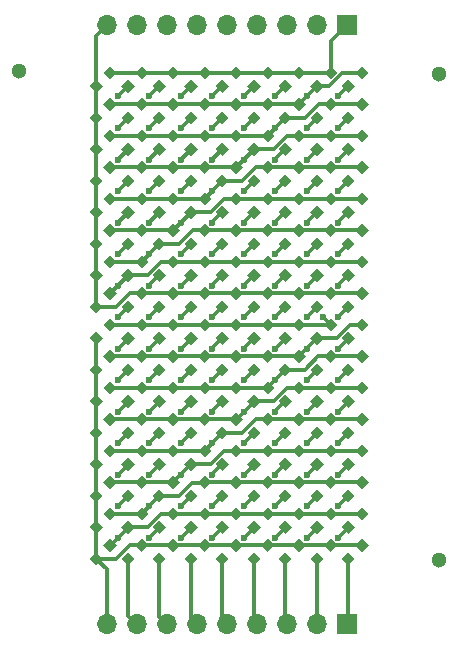
<source format=gbr>
G04 #@! TF.GenerationSoftware,KiCad,Pcbnew,(5.1.12-1-10_14)*
G04 #@! TF.CreationDate,2021-12-27T13:20:27-05:00*
G04 #@! TF.ProjectId,ledtrix,6c656474-7269-4782-9e6b-696361645f70,rev?*
G04 #@! TF.SameCoordinates,Original*
G04 #@! TF.FileFunction,Copper,L1,Top*
G04 #@! TF.FilePolarity,Positive*
%FSLAX46Y46*%
G04 Gerber Fmt 4.6, Leading zero omitted, Abs format (unit mm)*
G04 Created by KiCad (PCBNEW (5.1.12-1-10_14)) date 2021-12-27 13:20:27*
%MOMM*%
%LPD*%
G01*
G04 APERTURE LIST*
G04 #@! TA.AperFunction,WasherPad*
%ADD10C,1.300000*%
G04 #@! TD*
G04 #@! TA.AperFunction,ComponentPad*
%ADD11O,1.700000X1.700000*%
G04 #@! TD*
G04 #@! TA.AperFunction,ComponentPad*
%ADD12R,1.700000X1.700000*%
G04 #@! TD*
G04 #@! TA.AperFunction,SMDPad,CuDef*
%ADD13C,0.100000*%
G04 #@! TD*
G04 #@! TA.AperFunction,ViaPad*
%ADD14C,0.600000*%
G04 #@! TD*
G04 #@! TA.AperFunction,Conductor*
%ADD15C,0.300000*%
G04 #@! TD*
G04 APERTURE END LIST*
D10*
G04 #@! TO.P,H9,*
G04 #@! TO.N,*
X207680000Y-103690990D03*
G04 #@! TD*
G04 #@! TO.P,H8,*
G04 #@! TO.N,*
X172120000Y-62288990D03*
G04 #@! TD*
G04 #@! TO.P,H7,*
G04 #@! TO.N,*
X207680000Y-62542990D03*
G04 #@! TD*
D11*
G04 #@! TO.P,J2,9*
G04 #@! TO.N,/CB9*
X179575000Y-109154990D03*
G04 #@! TO.P,J2,8*
G04 #@! TO.N,/CB8*
X182115000Y-109154990D03*
G04 #@! TO.P,J2,7*
G04 #@! TO.N,/CB7*
X184655000Y-109154990D03*
G04 #@! TO.P,J2,6*
G04 #@! TO.N,/CB6*
X187195000Y-109154990D03*
G04 #@! TO.P,J2,5*
G04 #@! TO.N,/CB5*
X189735000Y-109154990D03*
G04 #@! TO.P,J2,4*
G04 #@! TO.N,/CB4*
X192275000Y-109154990D03*
G04 #@! TO.P,J2,3*
G04 #@! TO.N,/CB3*
X194815000Y-109154990D03*
G04 #@! TO.P,J2,2*
G04 #@! TO.N,/CB2*
X197355000Y-109154990D03*
D12*
G04 #@! TO.P,J2,1*
G04 #@! TO.N,/CB1*
X199895000Y-109154990D03*
G04 #@! TD*
D11*
G04 #@! TO.P,J1,9*
G04 #@! TO.N,/CA9*
X179575000Y-58424990D03*
G04 #@! TO.P,J1,8*
G04 #@! TO.N,/CA8*
X182115000Y-58424990D03*
G04 #@! TO.P,J1,7*
G04 #@! TO.N,/CA7*
X184655000Y-58424990D03*
G04 #@! TO.P,J1,6*
G04 #@! TO.N,/CA6*
X187195000Y-58424990D03*
G04 #@! TO.P,J1,5*
G04 #@! TO.N,/CA5*
X189735000Y-58424990D03*
G04 #@! TO.P,J1,4*
G04 #@! TO.N,/CA4*
X192275000Y-58424990D03*
G04 #@! TO.P,J1,3*
G04 #@! TO.N,/CA3*
X194815000Y-58424990D03*
G04 #@! TO.P,J1,2*
G04 #@! TO.N,/CA2*
X197355000Y-58424990D03*
D12*
G04 #@! TO.P,J1,1*
G04 #@! TO.N,/CA1*
X199895000Y-58424990D03*
G04 #@! TD*
G04 #@! TA.AperFunction,SMDPad,CuDef*
D13*
G04 #@! TO.P,D9.1,1*
G04 #@! TO.N,/CA9*
G36*
X178705424Y-64142302D02*
G01*
X178139739Y-63576617D01*
X178705424Y-63010932D01*
X179271109Y-63576617D01*
X178705424Y-64142302D01*
G37*
G04 #@! TD.AperFunction*
G04 #@! TA.AperFunction,SMDPad,CuDef*
G04 #@! TO.P,D9.1,2*
G04 #@! TO.N,/CA1*
G36*
X179870000Y-62995685D02*
G01*
X179304315Y-62430000D01*
X179870000Y-61864315D01*
X180435685Y-62430000D01*
X179870000Y-62995685D01*
G37*
G04 #@! TD.AperFunction*
G04 #@! TD*
G04 #@! TA.AperFunction,SMDPad,CuDef*
G04 #@! TO.P,D3.3,1*
G04 #@! TO.N,/CA3*
G36*
X194705424Y-69475634D02*
G01*
X194139739Y-68909949D01*
X194705424Y-68344264D01*
X195271109Y-68909949D01*
X194705424Y-69475634D01*
G37*
G04 #@! TD.AperFunction*
G04 #@! TA.AperFunction,SMDPad,CuDef*
G04 #@! TO.P,D3.3,2*
G04 #@! TO.N,/CA4*
G36*
X195870000Y-68329017D02*
G01*
X195304315Y-67763332D01*
X195870000Y-67197647D01*
X196435685Y-67763332D01*
X195870000Y-68329017D01*
G37*
G04 #@! TD.AperFunction*
G04 #@! TD*
G04 #@! TA.AperFunction,SMDPad,CuDef*
G04 #@! TO.P,D9.14,1*
G04 #@! TO.N,/CB9*
G36*
X178705424Y-98808960D02*
G01*
X178139739Y-98243275D01*
X178705424Y-97677590D01*
X179271109Y-98243275D01*
X178705424Y-98808960D01*
G37*
G04 #@! TD.AperFunction*
G04 #@! TA.AperFunction,SMDPad,CuDef*
G04 #@! TO.P,D9.14,2*
G04 #@! TO.N,/CB6*
G36*
X179870000Y-97662343D02*
G01*
X179304315Y-97096658D01*
X179870000Y-96530973D01*
X180435685Y-97096658D01*
X179870000Y-97662343D01*
G37*
G04 #@! TD.AperFunction*
G04 #@! TD*
G04 #@! TA.AperFunction,SMDPad,CuDef*
G04 #@! TO.P,D9.13,1*
G04 #@! TO.N,/CB9*
G36*
X178705424Y-96142294D02*
G01*
X178139739Y-95576609D01*
X178705424Y-95010924D01*
X179271109Y-95576609D01*
X178705424Y-96142294D01*
G37*
G04 #@! TD.AperFunction*
G04 #@! TA.AperFunction,SMDPad,CuDef*
G04 #@! TO.P,D9.13,2*
G04 #@! TO.N,/CB5*
G36*
X179870000Y-94995677D02*
G01*
X179304315Y-94429992D01*
X179870000Y-93864307D01*
X180435685Y-94429992D01*
X179870000Y-94995677D01*
G37*
G04 #@! TD.AperFunction*
G04 #@! TD*
G04 #@! TA.AperFunction,SMDPad,CuDef*
G04 #@! TO.P,D9.12,1*
G04 #@! TO.N,/CB9*
G36*
X178705424Y-93475628D02*
G01*
X178139739Y-92909943D01*
X178705424Y-92344258D01*
X179271109Y-92909943D01*
X178705424Y-93475628D01*
G37*
G04 #@! TD.AperFunction*
G04 #@! TA.AperFunction,SMDPad,CuDef*
G04 #@! TO.P,D9.12,2*
G04 #@! TO.N,/CB4*
G36*
X179870000Y-92329011D02*
G01*
X179304315Y-91763326D01*
X179870000Y-91197641D01*
X180435685Y-91763326D01*
X179870000Y-92329011D01*
G37*
G04 #@! TD.AperFunction*
G04 #@! TD*
G04 #@! TA.AperFunction,SMDPad,CuDef*
G04 #@! TO.P,D9.2,1*
G04 #@! TO.N,/CA9*
G36*
X178705424Y-66808968D02*
G01*
X178139739Y-66243283D01*
X178705424Y-65677598D01*
X179271109Y-66243283D01*
X178705424Y-66808968D01*
G37*
G04 #@! TD.AperFunction*
G04 #@! TA.AperFunction,SMDPad,CuDef*
G04 #@! TO.P,D9.2,2*
G04 #@! TO.N,/CA2*
G36*
X179870000Y-65662351D02*
G01*
X179304315Y-65096666D01*
X179870000Y-64530981D01*
X180435685Y-65096666D01*
X179870000Y-65662351D01*
G37*
G04 #@! TD.AperFunction*
G04 #@! TD*
G04 #@! TA.AperFunction,SMDPad,CuDef*
G04 #@! TO.P,D9.3,1*
G04 #@! TO.N,/CA9*
G36*
X178705424Y-69475634D02*
G01*
X178139739Y-68909949D01*
X178705424Y-68344264D01*
X179271109Y-68909949D01*
X178705424Y-69475634D01*
G37*
G04 #@! TD.AperFunction*
G04 #@! TA.AperFunction,SMDPad,CuDef*
G04 #@! TO.P,D9.3,2*
G04 #@! TO.N,/CA3*
G36*
X179870000Y-68329017D02*
G01*
X179304315Y-67763332D01*
X179870000Y-67197647D01*
X180435685Y-67763332D01*
X179870000Y-68329017D01*
G37*
G04 #@! TD.AperFunction*
G04 #@! TD*
G04 #@! TA.AperFunction,SMDPad,CuDef*
G04 #@! TO.P,D9.4,1*
G04 #@! TO.N,/CA9*
G36*
X178705424Y-72142300D02*
G01*
X178139739Y-71576615D01*
X178705424Y-71010930D01*
X179271109Y-71576615D01*
X178705424Y-72142300D01*
G37*
G04 #@! TD.AperFunction*
G04 #@! TA.AperFunction,SMDPad,CuDef*
G04 #@! TO.P,D9.4,2*
G04 #@! TO.N,/CA4*
G36*
X179870000Y-70995683D02*
G01*
X179304315Y-70429998D01*
X179870000Y-69864313D01*
X180435685Y-70429998D01*
X179870000Y-70995683D01*
G37*
G04 #@! TD.AperFunction*
G04 #@! TD*
G04 #@! TA.AperFunction,SMDPad,CuDef*
G04 #@! TO.P,D9.5,1*
G04 #@! TO.N,/CA9*
G36*
X178705424Y-74808966D02*
G01*
X178139739Y-74243281D01*
X178705424Y-73677596D01*
X179271109Y-74243281D01*
X178705424Y-74808966D01*
G37*
G04 #@! TD.AperFunction*
G04 #@! TA.AperFunction,SMDPad,CuDef*
G04 #@! TO.P,D9.5,2*
G04 #@! TO.N,/CA5*
G36*
X179870000Y-73662349D02*
G01*
X179304315Y-73096664D01*
X179870000Y-72530979D01*
X180435685Y-73096664D01*
X179870000Y-73662349D01*
G37*
G04 #@! TD.AperFunction*
G04 #@! TD*
G04 #@! TA.AperFunction,SMDPad,CuDef*
G04 #@! TO.P,D9.15,1*
G04 #@! TO.N,/CB9*
G36*
X178705424Y-101475626D02*
G01*
X178139739Y-100909941D01*
X178705424Y-100344256D01*
X179271109Y-100909941D01*
X178705424Y-101475626D01*
G37*
G04 #@! TD.AperFunction*
G04 #@! TA.AperFunction,SMDPad,CuDef*
G04 #@! TO.P,D9.15,2*
G04 #@! TO.N,/CB7*
G36*
X179870000Y-100329009D02*
G01*
X179304315Y-99763324D01*
X179870000Y-99197639D01*
X180435685Y-99763324D01*
X179870000Y-100329009D01*
G37*
G04 #@! TD.AperFunction*
G04 #@! TD*
G04 #@! TA.AperFunction,SMDPad,CuDef*
G04 #@! TO.P,D9.6,1*
G04 #@! TO.N,/CA9*
G36*
X178705424Y-77475632D02*
G01*
X178139739Y-76909947D01*
X178705424Y-76344262D01*
X179271109Y-76909947D01*
X178705424Y-77475632D01*
G37*
G04 #@! TD.AperFunction*
G04 #@! TA.AperFunction,SMDPad,CuDef*
G04 #@! TO.P,D9.6,2*
G04 #@! TO.N,/CA6*
G36*
X179870000Y-76329015D02*
G01*
X179304315Y-75763330D01*
X179870000Y-75197645D01*
X180435685Y-75763330D01*
X179870000Y-76329015D01*
G37*
G04 #@! TD.AperFunction*
G04 #@! TD*
G04 #@! TA.AperFunction,SMDPad,CuDef*
G04 #@! TO.P,D9.7,1*
G04 #@! TO.N,/CA9*
G36*
X178705424Y-80142298D02*
G01*
X178139739Y-79576613D01*
X178705424Y-79010928D01*
X179271109Y-79576613D01*
X178705424Y-80142298D01*
G37*
G04 #@! TD.AperFunction*
G04 #@! TA.AperFunction,SMDPad,CuDef*
G04 #@! TO.P,D9.7,2*
G04 #@! TO.N,/CA7*
G36*
X179870000Y-78995681D02*
G01*
X179304315Y-78429996D01*
X179870000Y-77864311D01*
X180435685Y-78429996D01*
X179870000Y-78995681D01*
G37*
G04 #@! TD.AperFunction*
G04 #@! TD*
G04 #@! TA.AperFunction,SMDPad,CuDef*
G04 #@! TO.P,D9.8,1*
G04 #@! TO.N,/CA9*
G36*
X178705424Y-82808964D02*
G01*
X178139739Y-82243279D01*
X178705424Y-81677594D01*
X179271109Y-82243279D01*
X178705424Y-82808964D01*
G37*
G04 #@! TD.AperFunction*
G04 #@! TA.AperFunction,SMDPad,CuDef*
G04 #@! TO.P,D9.8,2*
G04 #@! TO.N,/CA8*
G36*
X179870000Y-81662347D02*
G01*
X179304315Y-81096662D01*
X179870000Y-80530977D01*
X180435685Y-81096662D01*
X179870000Y-81662347D01*
G37*
G04 #@! TD.AperFunction*
G04 #@! TD*
G04 #@! TA.AperFunction,SMDPad,CuDef*
G04 #@! TO.P,D9.9,1*
G04 #@! TO.N,/CB9*
G36*
X178705424Y-85475630D02*
G01*
X178139739Y-84909945D01*
X178705424Y-84344260D01*
X179271109Y-84909945D01*
X178705424Y-85475630D01*
G37*
G04 #@! TD.AperFunction*
G04 #@! TA.AperFunction,SMDPad,CuDef*
G04 #@! TO.P,D9.9,2*
G04 #@! TO.N,/CB1*
G36*
X179870000Y-84329013D02*
G01*
X179304315Y-83763328D01*
X179870000Y-83197643D01*
X180435685Y-83763328D01*
X179870000Y-84329013D01*
G37*
G04 #@! TD.AperFunction*
G04 #@! TD*
G04 #@! TA.AperFunction,SMDPad,CuDef*
G04 #@! TO.P,D9.10,1*
G04 #@! TO.N,/CB9*
G36*
X178705424Y-88142296D02*
G01*
X178139739Y-87576611D01*
X178705424Y-87010926D01*
X179271109Y-87576611D01*
X178705424Y-88142296D01*
G37*
G04 #@! TD.AperFunction*
G04 #@! TA.AperFunction,SMDPad,CuDef*
G04 #@! TO.P,D9.10,2*
G04 #@! TO.N,/CB2*
G36*
X179870000Y-86995679D02*
G01*
X179304315Y-86429994D01*
X179870000Y-85864309D01*
X180435685Y-86429994D01*
X179870000Y-86995679D01*
G37*
G04 #@! TD.AperFunction*
G04 #@! TD*
G04 #@! TA.AperFunction,SMDPad,CuDef*
G04 #@! TO.P,D9.11,1*
G04 #@! TO.N,/CB9*
G36*
X178705424Y-90808962D02*
G01*
X178139739Y-90243277D01*
X178705424Y-89677592D01*
X179271109Y-90243277D01*
X178705424Y-90808962D01*
G37*
G04 #@! TD.AperFunction*
G04 #@! TA.AperFunction,SMDPad,CuDef*
G04 #@! TO.P,D9.11,2*
G04 #@! TO.N,/CB3*
G36*
X179870000Y-89662345D02*
G01*
X179304315Y-89096660D01*
X179870000Y-88530975D01*
X180435685Y-89096660D01*
X179870000Y-89662345D01*
G37*
G04 #@! TD.AperFunction*
G04 #@! TD*
G04 #@! TA.AperFunction,SMDPad,CuDef*
G04 #@! TO.P,D9.16,1*
G04 #@! TO.N,/CB9*
G36*
X178705424Y-104142292D02*
G01*
X178139739Y-103576607D01*
X178705424Y-103010922D01*
X179271109Y-103576607D01*
X178705424Y-104142292D01*
G37*
G04 #@! TD.AperFunction*
G04 #@! TA.AperFunction,SMDPad,CuDef*
G04 #@! TO.P,D9.16,2*
G04 #@! TO.N,/CB8*
G36*
X179870000Y-102995675D02*
G01*
X179304315Y-102429990D01*
X179870000Y-101864305D01*
X180435685Y-102429990D01*
X179870000Y-102995675D01*
G37*
G04 #@! TD.AperFunction*
G04 #@! TD*
G04 #@! TA.AperFunction,SMDPad,CuDef*
G04 #@! TO.P,D8.14,1*
G04 #@! TO.N,/CB8*
G36*
X181375424Y-98808960D02*
G01*
X180809739Y-98243275D01*
X181375424Y-97677590D01*
X181941109Y-98243275D01*
X181375424Y-98808960D01*
G37*
G04 #@! TD.AperFunction*
G04 #@! TA.AperFunction,SMDPad,CuDef*
G04 #@! TO.P,D8.14,2*
G04 #@! TO.N,/CB6*
G36*
X182540000Y-97662343D02*
G01*
X181974315Y-97096658D01*
X182540000Y-96530973D01*
X183105685Y-97096658D01*
X182540000Y-97662343D01*
G37*
G04 #@! TD.AperFunction*
G04 #@! TD*
G04 #@! TA.AperFunction,SMDPad,CuDef*
G04 #@! TO.P,D8.13,1*
G04 #@! TO.N,/CB8*
G36*
X181375424Y-96142294D02*
G01*
X180809739Y-95576609D01*
X181375424Y-95010924D01*
X181941109Y-95576609D01*
X181375424Y-96142294D01*
G37*
G04 #@! TD.AperFunction*
G04 #@! TA.AperFunction,SMDPad,CuDef*
G04 #@! TO.P,D8.13,2*
G04 #@! TO.N,/CB5*
G36*
X182540000Y-94995677D02*
G01*
X181974315Y-94429992D01*
X182540000Y-93864307D01*
X183105685Y-94429992D01*
X182540000Y-94995677D01*
G37*
G04 #@! TD.AperFunction*
G04 #@! TD*
G04 #@! TA.AperFunction,SMDPad,CuDef*
G04 #@! TO.P,D8.12,1*
G04 #@! TO.N,/CB8*
G36*
X181375424Y-93475628D02*
G01*
X180809739Y-92909943D01*
X181375424Y-92344258D01*
X181941109Y-92909943D01*
X181375424Y-93475628D01*
G37*
G04 #@! TD.AperFunction*
G04 #@! TA.AperFunction,SMDPad,CuDef*
G04 #@! TO.P,D8.12,2*
G04 #@! TO.N,/CB4*
G36*
X182540000Y-92329011D02*
G01*
X181974315Y-91763326D01*
X182540000Y-91197641D01*
X183105685Y-91763326D01*
X182540000Y-92329011D01*
G37*
G04 #@! TD.AperFunction*
G04 #@! TD*
G04 #@! TA.AperFunction,SMDPad,CuDef*
G04 #@! TO.P,D8.1,1*
G04 #@! TO.N,/CA8*
G36*
X181375424Y-64142302D02*
G01*
X180809739Y-63576617D01*
X181375424Y-63010932D01*
X181941109Y-63576617D01*
X181375424Y-64142302D01*
G37*
G04 #@! TD.AperFunction*
G04 #@! TA.AperFunction,SMDPad,CuDef*
G04 #@! TO.P,D8.1,2*
G04 #@! TO.N,/CA1*
G36*
X182540000Y-62995685D02*
G01*
X181974315Y-62430000D01*
X182540000Y-61864315D01*
X183105685Y-62430000D01*
X182540000Y-62995685D01*
G37*
G04 #@! TD.AperFunction*
G04 #@! TD*
G04 #@! TA.AperFunction,SMDPad,CuDef*
G04 #@! TO.P,D8.2,1*
G04 #@! TO.N,/CA8*
G36*
X181375424Y-66808968D02*
G01*
X180809739Y-66243283D01*
X181375424Y-65677598D01*
X181941109Y-66243283D01*
X181375424Y-66808968D01*
G37*
G04 #@! TD.AperFunction*
G04 #@! TA.AperFunction,SMDPad,CuDef*
G04 #@! TO.P,D8.2,2*
G04 #@! TO.N,/CA2*
G36*
X182540000Y-65662351D02*
G01*
X181974315Y-65096666D01*
X182540000Y-64530981D01*
X183105685Y-65096666D01*
X182540000Y-65662351D01*
G37*
G04 #@! TD.AperFunction*
G04 #@! TD*
G04 #@! TA.AperFunction,SMDPad,CuDef*
G04 #@! TO.P,D8.3,1*
G04 #@! TO.N,/CA8*
G36*
X181375424Y-69475634D02*
G01*
X180809739Y-68909949D01*
X181375424Y-68344264D01*
X181941109Y-68909949D01*
X181375424Y-69475634D01*
G37*
G04 #@! TD.AperFunction*
G04 #@! TA.AperFunction,SMDPad,CuDef*
G04 #@! TO.P,D8.3,2*
G04 #@! TO.N,/CA3*
G36*
X182540000Y-68329017D02*
G01*
X181974315Y-67763332D01*
X182540000Y-67197647D01*
X183105685Y-67763332D01*
X182540000Y-68329017D01*
G37*
G04 #@! TD.AperFunction*
G04 #@! TD*
G04 #@! TA.AperFunction,SMDPad,CuDef*
G04 #@! TO.P,D8.4,1*
G04 #@! TO.N,/CA8*
G36*
X181375424Y-72142300D02*
G01*
X180809739Y-71576615D01*
X181375424Y-71010930D01*
X181941109Y-71576615D01*
X181375424Y-72142300D01*
G37*
G04 #@! TD.AperFunction*
G04 #@! TA.AperFunction,SMDPad,CuDef*
G04 #@! TO.P,D8.4,2*
G04 #@! TO.N,/CA4*
G36*
X182540000Y-70995683D02*
G01*
X181974315Y-70429998D01*
X182540000Y-69864313D01*
X183105685Y-70429998D01*
X182540000Y-70995683D01*
G37*
G04 #@! TD.AperFunction*
G04 #@! TD*
G04 #@! TA.AperFunction,SMDPad,CuDef*
G04 #@! TO.P,D8.5,1*
G04 #@! TO.N,/CA8*
G36*
X181375424Y-74808966D02*
G01*
X180809739Y-74243281D01*
X181375424Y-73677596D01*
X181941109Y-74243281D01*
X181375424Y-74808966D01*
G37*
G04 #@! TD.AperFunction*
G04 #@! TA.AperFunction,SMDPad,CuDef*
G04 #@! TO.P,D8.5,2*
G04 #@! TO.N,/CA5*
G36*
X182540000Y-73662349D02*
G01*
X181974315Y-73096664D01*
X182540000Y-72530979D01*
X183105685Y-73096664D01*
X182540000Y-73662349D01*
G37*
G04 #@! TD.AperFunction*
G04 #@! TD*
G04 #@! TA.AperFunction,SMDPad,CuDef*
G04 #@! TO.P,D8.15,1*
G04 #@! TO.N,/CB8*
G36*
X181375424Y-101475626D02*
G01*
X180809739Y-100909941D01*
X181375424Y-100344256D01*
X181941109Y-100909941D01*
X181375424Y-101475626D01*
G37*
G04 #@! TD.AperFunction*
G04 #@! TA.AperFunction,SMDPad,CuDef*
G04 #@! TO.P,D8.15,2*
G04 #@! TO.N,/CB7*
G36*
X182540000Y-100329009D02*
G01*
X181974315Y-99763324D01*
X182540000Y-99197639D01*
X183105685Y-99763324D01*
X182540000Y-100329009D01*
G37*
G04 #@! TD.AperFunction*
G04 #@! TD*
G04 #@! TA.AperFunction,SMDPad,CuDef*
G04 #@! TO.P,D8.6,1*
G04 #@! TO.N,/CA8*
G36*
X181375424Y-77475632D02*
G01*
X180809739Y-76909947D01*
X181375424Y-76344262D01*
X181941109Y-76909947D01*
X181375424Y-77475632D01*
G37*
G04 #@! TD.AperFunction*
G04 #@! TA.AperFunction,SMDPad,CuDef*
G04 #@! TO.P,D8.6,2*
G04 #@! TO.N,/CA6*
G36*
X182540000Y-76329015D02*
G01*
X181974315Y-75763330D01*
X182540000Y-75197645D01*
X183105685Y-75763330D01*
X182540000Y-76329015D01*
G37*
G04 #@! TD.AperFunction*
G04 #@! TD*
G04 #@! TA.AperFunction,SMDPad,CuDef*
G04 #@! TO.P,D8.7,1*
G04 #@! TO.N,/CA8*
G36*
X181375424Y-80142298D02*
G01*
X180809739Y-79576613D01*
X181375424Y-79010928D01*
X181941109Y-79576613D01*
X181375424Y-80142298D01*
G37*
G04 #@! TD.AperFunction*
G04 #@! TA.AperFunction,SMDPad,CuDef*
G04 #@! TO.P,D8.7,2*
G04 #@! TO.N,/CA7*
G36*
X182540000Y-78995681D02*
G01*
X181974315Y-78429996D01*
X182540000Y-77864311D01*
X183105685Y-78429996D01*
X182540000Y-78995681D01*
G37*
G04 #@! TD.AperFunction*
G04 #@! TD*
G04 #@! TA.AperFunction,SMDPad,CuDef*
G04 #@! TO.P,D8.8,1*
G04 #@! TO.N,/CA8*
G36*
X181375424Y-82808964D02*
G01*
X180809739Y-82243279D01*
X181375424Y-81677594D01*
X181941109Y-82243279D01*
X181375424Y-82808964D01*
G37*
G04 #@! TD.AperFunction*
G04 #@! TA.AperFunction,SMDPad,CuDef*
G04 #@! TO.P,D8.8,2*
G04 #@! TO.N,/CA9*
G36*
X182540000Y-81662347D02*
G01*
X181974315Y-81096662D01*
X182540000Y-80530977D01*
X183105685Y-81096662D01*
X182540000Y-81662347D01*
G37*
G04 #@! TD.AperFunction*
G04 #@! TD*
G04 #@! TA.AperFunction,SMDPad,CuDef*
G04 #@! TO.P,D8.9,1*
G04 #@! TO.N,/CB8*
G36*
X181375424Y-85475630D02*
G01*
X180809739Y-84909945D01*
X181375424Y-84344260D01*
X181941109Y-84909945D01*
X181375424Y-85475630D01*
G37*
G04 #@! TD.AperFunction*
G04 #@! TA.AperFunction,SMDPad,CuDef*
G04 #@! TO.P,D8.9,2*
G04 #@! TO.N,/CB1*
G36*
X182540000Y-84329013D02*
G01*
X181974315Y-83763328D01*
X182540000Y-83197643D01*
X183105685Y-83763328D01*
X182540000Y-84329013D01*
G37*
G04 #@! TD.AperFunction*
G04 #@! TD*
G04 #@! TA.AperFunction,SMDPad,CuDef*
G04 #@! TO.P,D8.10,1*
G04 #@! TO.N,/CB8*
G36*
X181375424Y-88142296D02*
G01*
X180809739Y-87576611D01*
X181375424Y-87010926D01*
X181941109Y-87576611D01*
X181375424Y-88142296D01*
G37*
G04 #@! TD.AperFunction*
G04 #@! TA.AperFunction,SMDPad,CuDef*
G04 #@! TO.P,D8.10,2*
G04 #@! TO.N,/CB2*
G36*
X182540000Y-86995679D02*
G01*
X181974315Y-86429994D01*
X182540000Y-85864309D01*
X183105685Y-86429994D01*
X182540000Y-86995679D01*
G37*
G04 #@! TD.AperFunction*
G04 #@! TD*
G04 #@! TA.AperFunction,SMDPad,CuDef*
G04 #@! TO.P,D8.11,1*
G04 #@! TO.N,/CB8*
G36*
X181375424Y-90808962D02*
G01*
X180809739Y-90243277D01*
X181375424Y-89677592D01*
X181941109Y-90243277D01*
X181375424Y-90808962D01*
G37*
G04 #@! TD.AperFunction*
G04 #@! TA.AperFunction,SMDPad,CuDef*
G04 #@! TO.P,D8.11,2*
G04 #@! TO.N,/CB3*
G36*
X182540000Y-89662345D02*
G01*
X181974315Y-89096660D01*
X182540000Y-88530975D01*
X183105685Y-89096660D01*
X182540000Y-89662345D01*
G37*
G04 #@! TD.AperFunction*
G04 #@! TD*
G04 #@! TA.AperFunction,SMDPad,CuDef*
G04 #@! TO.P,D8.16,1*
G04 #@! TO.N,/CB8*
G36*
X181375424Y-104142292D02*
G01*
X180809739Y-103576607D01*
X181375424Y-103010922D01*
X181941109Y-103576607D01*
X181375424Y-104142292D01*
G37*
G04 #@! TD.AperFunction*
G04 #@! TA.AperFunction,SMDPad,CuDef*
G04 #@! TO.P,D8.16,2*
G04 #@! TO.N,/CB9*
G36*
X182540000Y-102995675D02*
G01*
X181974315Y-102429990D01*
X182540000Y-101864305D01*
X183105685Y-102429990D01*
X182540000Y-102995675D01*
G37*
G04 #@! TD.AperFunction*
G04 #@! TD*
G04 #@! TA.AperFunction,SMDPad,CuDef*
G04 #@! TO.P,D7.14,1*
G04 #@! TO.N,/CB7*
G36*
X184045424Y-98808960D02*
G01*
X183479739Y-98243275D01*
X184045424Y-97677590D01*
X184611109Y-98243275D01*
X184045424Y-98808960D01*
G37*
G04 #@! TD.AperFunction*
G04 #@! TA.AperFunction,SMDPad,CuDef*
G04 #@! TO.P,D7.14,2*
G04 #@! TO.N,/CB6*
G36*
X185210000Y-97662343D02*
G01*
X184644315Y-97096658D01*
X185210000Y-96530973D01*
X185775685Y-97096658D01*
X185210000Y-97662343D01*
G37*
G04 #@! TD.AperFunction*
G04 #@! TD*
G04 #@! TA.AperFunction,SMDPad,CuDef*
G04 #@! TO.P,D7.13,1*
G04 #@! TO.N,/CB7*
G36*
X184045424Y-96142294D02*
G01*
X183479739Y-95576609D01*
X184045424Y-95010924D01*
X184611109Y-95576609D01*
X184045424Y-96142294D01*
G37*
G04 #@! TD.AperFunction*
G04 #@! TA.AperFunction,SMDPad,CuDef*
G04 #@! TO.P,D7.13,2*
G04 #@! TO.N,/CB5*
G36*
X185210000Y-94995677D02*
G01*
X184644315Y-94429992D01*
X185210000Y-93864307D01*
X185775685Y-94429992D01*
X185210000Y-94995677D01*
G37*
G04 #@! TD.AperFunction*
G04 #@! TD*
G04 #@! TA.AperFunction,SMDPad,CuDef*
G04 #@! TO.P,D7.12,1*
G04 #@! TO.N,/CB7*
G36*
X184045424Y-93475628D02*
G01*
X183479739Y-92909943D01*
X184045424Y-92344258D01*
X184611109Y-92909943D01*
X184045424Y-93475628D01*
G37*
G04 #@! TD.AperFunction*
G04 #@! TA.AperFunction,SMDPad,CuDef*
G04 #@! TO.P,D7.12,2*
G04 #@! TO.N,/CB4*
G36*
X185210000Y-92329011D02*
G01*
X184644315Y-91763326D01*
X185210000Y-91197641D01*
X185775685Y-91763326D01*
X185210000Y-92329011D01*
G37*
G04 #@! TD.AperFunction*
G04 #@! TD*
G04 #@! TA.AperFunction,SMDPad,CuDef*
G04 #@! TO.P,D7.1,1*
G04 #@! TO.N,/CA7*
G36*
X184045424Y-64142302D02*
G01*
X183479739Y-63576617D01*
X184045424Y-63010932D01*
X184611109Y-63576617D01*
X184045424Y-64142302D01*
G37*
G04 #@! TD.AperFunction*
G04 #@! TA.AperFunction,SMDPad,CuDef*
G04 #@! TO.P,D7.1,2*
G04 #@! TO.N,/CA1*
G36*
X185210000Y-62995685D02*
G01*
X184644315Y-62430000D01*
X185210000Y-61864315D01*
X185775685Y-62430000D01*
X185210000Y-62995685D01*
G37*
G04 #@! TD.AperFunction*
G04 #@! TD*
G04 #@! TA.AperFunction,SMDPad,CuDef*
G04 #@! TO.P,D7.2,1*
G04 #@! TO.N,/CA7*
G36*
X184045424Y-66808968D02*
G01*
X183479739Y-66243283D01*
X184045424Y-65677598D01*
X184611109Y-66243283D01*
X184045424Y-66808968D01*
G37*
G04 #@! TD.AperFunction*
G04 #@! TA.AperFunction,SMDPad,CuDef*
G04 #@! TO.P,D7.2,2*
G04 #@! TO.N,/CA2*
G36*
X185210000Y-65662351D02*
G01*
X184644315Y-65096666D01*
X185210000Y-64530981D01*
X185775685Y-65096666D01*
X185210000Y-65662351D01*
G37*
G04 #@! TD.AperFunction*
G04 #@! TD*
G04 #@! TA.AperFunction,SMDPad,CuDef*
G04 #@! TO.P,D7.3,1*
G04 #@! TO.N,/CA7*
G36*
X184045424Y-69475634D02*
G01*
X183479739Y-68909949D01*
X184045424Y-68344264D01*
X184611109Y-68909949D01*
X184045424Y-69475634D01*
G37*
G04 #@! TD.AperFunction*
G04 #@! TA.AperFunction,SMDPad,CuDef*
G04 #@! TO.P,D7.3,2*
G04 #@! TO.N,/CA3*
G36*
X185210000Y-68329017D02*
G01*
X184644315Y-67763332D01*
X185210000Y-67197647D01*
X185775685Y-67763332D01*
X185210000Y-68329017D01*
G37*
G04 #@! TD.AperFunction*
G04 #@! TD*
G04 #@! TA.AperFunction,SMDPad,CuDef*
G04 #@! TO.P,D7.4,1*
G04 #@! TO.N,/CA7*
G36*
X184045424Y-72142300D02*
G01*
X183479739Y-71576615D01*
X184045424Y-71010930D01*
X184611109Y-71576615D01*
X184045424Y-72142300D01*
G37*
G04 #@! TD.AperFunction*
G04 #@! TA.AperFunction,SMDPad,CuDef*
G04 #@! TO.P,D7.4,2*
G04 #@! TO.N,/CA4*
G36*
X185210000Y-70995683D02*
G01*
X184644315Y-70429998D01*
X185210000Y-69864313D01*
X185775685Y-70429998D01*
X185210000Y-70995683D01*
G37*
G04 #@! TD.AperFunction*
G04 #@! TD*
G04 #@! TA.AperFunction,SMDPad,CuDef*
G04 #@! TO.P,D7.5,1*
G04 #@! TO.N,/CA7*
G36*
X184045424Y-74808966D02*
G01*
X183479739Y-74243281D01*
X184045424Y-73677596D01*
X184611109Y-74243281D01*
X184045424Y-74808966D01*
G37*
G04 #@! TD.AperFunction*
G04 #@! TA.AperFunction,SMDPad,CuDef*
G04 #@! TO.P,D7.5,2*
G04 #@! TO.N,/CA5*
G36*
X185210000Y-73662349D02*
G01*
X184644315Y-73096664D01*
X185210000Y-72530979D01*
X185775685Y-73096664D01*
X185210000Y-73662349D01*
G37*
G04 #@! TD.AperFunction*
G04 #@! TD*
G04 #@! TA.AperFunction,SMDPad,CuDef*
G04 #@! TO.P,D7.15,1*
G04 #@! TO.N,/CB7*
G36*
X184045424Y-101475626D02*
G01*
X183479739Y-100909941D01*
X184045424Y-100344256D01*
X184611109Y-100909941D01*
X184045424Y-101475626D01*
G37*
G04 #@! TD.AperFunction*
G04 #@! TA.AperFunction,SMDPad,CuDef*
G04 #@! TO.P,D7.15,2*
G04 #@! TO.N,/CB8*
G36*
X185210000Y-100329009D02*
G01*
X184644315Y-99763324D01*
X185210000Y-99197639D01*
X185775685Y-99763324D01*
X185210000Y-100329009D01*
G37*
G04 #@! TD.AperFunction*
G04 #@! TD*
G04 #@! TA.AperFunction,SMDPad,CuDef*
G04 #@! TO.P,D7.6,1*
G04 #@! TO.N,/CA7*
G36*
X184045424Y-77475632D02*
G01*
X183479739Y-76909947D01*
X184045424Y-76344262D01*
X184611109Y-76909947D01*
X184045424Y-77475632D01*
G37*
G04 #@! TD.AperFunction*
G04 #@! TA.AperFunction,SMDPad,CuDef*
G04 #@! TO.P,D7.6,2*
G04 #@! TO.N,/CA6*
G36*
X185210000Y-76329015D02*
G01*
X184644315Y-75763330D01*
X185210000Y-75197645D01*
X185775685Y-75763330D01*
X185210000Y-76329015D01*
G37*
G04 #@! TD.AperFunction*
G04 #@! TD*
G04 #@! TA.AperFunction,SMDPad,CuDef*
G04 #@! TO.P,D7.7,1*
G04 #@! TO.N,/CA7*
G36*
X184045424Y-80142298D02*
G01*
X183479739Y-79576613D01*
X184045424Y-79010928D01*
X184611109Y-79576613D01*
X184045424Y-80142298D01*
G37*
G04 #@! TD.AperFunction*
G04 #@! TA.AperFunction,SMDPad,CuDef*
G04 #@! TO.P,D7.7,2*
G04 #@! TO.N,/CA8*
G36*
X185210000Y-78995681D02*
G01*
X184644315Y-78429996D01*
X185210000Y-77864311D01*
X185775685Y-78429996D01*
X185210000Y-78995681D01*
G37*
G04 #@! TD.AperFunction*
G04 #@! TD*
G04 #@! TA.AperFunction,SMDPad,CuDef*
G04 #@! TO.P,D7.8,1*
G04 #@! TO.N,/CA7*
G36*
X184045424Y-82808964D02*
G01*
X183479739Y-82243279D01*
X184045424Y-81677594D01*
X184611109Y-82243279D01*
X184045424Y-82808964D01*
G37*
G04 #@! TD.AperFunction*
G04 #@! TA.AperFunction,SMDPad,CuDef*
G04 #@! TO.P,D7.8,2*
G04 #@! TO.N,/CA9*
G36*
X185210000Y-81662347D02*
G01*
X184644315Y-81096662D01*
X185210000Y-80530977D01*
X185775685Y-81096662D01*
X185210000Y-81662347D01*
G37*
G04 #@! TD.AperFunction*
G04 #@! TD*
G04 #@! TA.AperFunction,SMDPad,CuDef*
G04 #@! TO.P,D7.9,1*
G04 #@! TO.N,/CB7*
G36*
X184045424Y-85475630D02*
G01*
X183479739Y-84909945D01*
X184045424Y-84344260D01*
X184611109Y-84909945D01*
X184045424Y-85475630D01*
G37*
G04 #@! TD.AperFunction*
G04 #@! TA.AperFunction,SMDPad,CuDef*
G04 #@! TO.P,D7.9,2*
G04 #@! TO.N,/CB1*
G36*
X185210000Y-84329013D02*
G01*
X184644315Y-83763328D01*
X185210000Y-83197643D01*
X185775685Y-83763328D01*
X185210000Y-84329013D01*
G37*
G04 #@! TD.AperFunction*
G04 #@! TD*
G04 #@! TA.AperFunction,SMDPad,CuDef*
G04 #@! TO.P,D7.10,1*
G04 #@! TO.N,/CB7*
G36*
X184045424Y-88142296D02*
G01*
X183479739Y-87576611D01*
X184045424Y-87010926D01*
X184611109Y-87576611D01*
X184045424Y-88142296D01*
G37*
G04 #@! TD.AperFunction*
G04 #@! TA.AperFunction,SMDPad,CuDef*
G04 #@! TO.P,D7.10,2*
G04 #@! TO.N,/CB2*
G36*
X185210000Y-86995679D02*
G01*
X184644315Y-86429994D01*
X185210000Y-85864309D01*
X185775685Y-86429994D01*
X185210000Y-86995679D01*
G37*
G04 #@! TD.AperFunction*
G04 #@! TD*
G04 #@! TA.AperFunction,SMDPad,CuDef*
G04 #@! TO.P,D7.11,1*
G04 #@! TO.N,/CB7*
G36*
X184045424Y-90808962D02*
G01*
X183479739Y-90243277D01*
X184045424Y-89677592D01*
X184611109Y-90243277D01*
X184045424Y-90808962D01*
G37*
G04 #@! TD.AperFunction*
G04 #@! TA.AperFunction,SMDPad,CuDef*
G04 #@! TO.P,D7.11,2*
G04 #@! TO.N,/CB3*
G36*
X185210000Y-89662345D02*
G01*
X184644315Y-89096660D01*
X185210000Y-88530975D01*
X185775685Y-89096660D01*
X185210000Y-89662345D01*
G37*
G04 #@! TD.AperFunction*
G04 #@! TD*
G04 #@! TA.AperFunction,SMDPad,CuDef*
G04 #@! TO.P,D7.16,1*
G04 #@! TO.N,/CB7*
G36*
X184045424Y-104142292D02*
G01*
X183479739Y-103576607D01*
X184045424Y-103010922D01*
X184611109Y-103576607D01*
X184045424Y-104142292D01*
G37*
G04 #@! TD.AperFunction*
G04 #@! TA.AperFunction,SMDPad,CuDef*
G04 #@! TO.P,D7.16,2*
G04 #@! TO.N,/CB9*
G36*
X185210000Y-102995675D02*
G01*
X184644315Y-102429990D01*
X185210000Y-101864305D01*
X185775685Y-102429990D01*
X185210000Y-102995675D01*
G37*
G04 #@! TD.AperFunction*
G04 #@! TD*
G04 #@! TA.AperFunction,SMDPad,CuDef*
G04 #@! TO.P,D6.14,1*
G04 #@! TO.N,/CB6*
G36*
X186705424Y-98808960D02*
G01*
X186139739Y-98243275D01*
X186705424Y-97677590D01*
X187271109Y-98243275D01*
X186705424Y-98808960D01*
G37*
G04 #@! TD.AperFunction*
G04 #@! TA.AperFunction,SMDPad,CuDef*
G04 #@! TO.P,D6.14,2*
G04 #@! TO.N,/CB7*
G36*
X187870000Y-97662343D02*
G01*
X187304315Y-97096658D01*
X187870000Y-96530973D01*
X188435685Y-97096658D01*
X187870000Y-97662343D01*
G37*
G04 #@! TD.AperFunction*
G04 #@! TD*
G04 #@! TA.AperFunction,SMDPad,CuDef*
G04 #@! TO.P,D6.13,1*
G04 #@! TO.N,/CB6*
G36*
X186705424Y-96142294D02*
G01*
X186139739Y-95576609D01*
X186705424Y-95010924D01*
X187271109Y-95576609D01*
X186705424Y-96142294D01*
G37*
G04 #@! TD.AperFunction*
G04 #@! TA.AperFunction,SMDPad,CuDef*
G04 #@! TO.P,D6.13,2*
G04 #@! TO.N,/CB5*
G36*
X187870000Y-94995677D02*
G01*
X187304315Y-94429992D01*
X187870000Y-93864307D01*
X188435685Y-94429992D01*
X187870000Y-94995677D01*
G37*
G04 #@! TD.AperFunction*
G04 #@! TD*
G04 #@! TA.AperFunction,SMDPad,CuDef*
G04 #@! TO.P,D6.12,1*
G04 #@! TO.N,/CB6*
G36*
X186705424Y-93475628D02*
G01*
X186139739Y-92909943D01*
X186705424Y-92344258D01*
X187271109Y-92909943D01*
X186705424Y-93475628D01*
G37*
G04 #@! TD.AperFunction*
G04 #@! TA.AperFunction,SMDPad,CuDef*
G04 #@! TO.P,D6.12,2*
G04 #@! TO.N,/CB4*
G36*
X187870000Y-92329011D02*
G01*
X187304315Y-91763326D01*
X187870000Y-91197641D01*
X188435685Y-91763326D01*
X187870000Y-92329011D01*
G37*
G04 #@! TD.AperFunction*
G04 #@! TD*
G04 #@! TA.AperFunction,SMDPad,CuDef*
G04 #@! TO.P,D6.1,1*
G04 #@! TO.N,/CA6*
G36*
X186705424Y-64142302D02*
G01*
X186139739Y-63576617D01*
X186705424Y-63010932D01*
X187271109Y-63576617D01*
X186705424Y-64142302D01*
G37*
G04 #@! TD.AperFunction*
G04 #@! TA.AperFunction,SMDPad,CuDef*
G04 #@! TO.P,D6.1,2*
G04 #@! TO.N,/CA1*
G36*
X187870000Y-62995685D02*
G01*
X187304315Y-62430000D01*
X187870000Y-61864315D01*
X188435685Y-62430000D01*
X187870000Y-62995685D01*
G37*
G04 #@! TD.AperFunction*
G04 #@! TD*
G04 #@! TA.AperFunction,SMDPad,CuDef*
G04 #@! TO.P,D6.2,1*
G04 #@! TO.N,/CA6*
G36*
X186705424Y-66808968D02*
G01*
X186139739Y-66243283D01*
X186705424Y-65677598D01*
X187271109Y-66243283D01*
X186705424Y-66808968D01*
G37*
G04 #@! TD.AperFunction*
G04 #@! TA.AperFunction,SMDPad,CuDef*
G04 #@! TO.P,D6.2,2*
G04 #@! TO.N,/CA2*
G36*
X187870000Y-65662351D02*
G01*
X187304315Y-65096666D01*
X187870000Y-64530981D01*
X188435685Y-65096666D01*
X187870000Y-65662351D01*
G37*
G04 #@! TD.AperFunction*
G04 #@! TD*
G04 #@! TA.AperFunction,SMDPad,CuDef*
G04 #@! TO.P,D6.3,1*
G04 #@! TO.N,/CA6*
G36*
X186705424Y-69475634D02*
G01*
X186139739Y-68909949D01*
X186705424Y-68344264D01*
X187271109Y-68909949D01*
X186705424Y-69475634D01*
G37*
G04 #@! TD.AperFunction*
G04 #@! TA.AperFunction,SMDPad,CuDef*
G04 #@! TO.P,D6.3,2*
G04 #@! TO.N,/CA3*
G36*
X187870000Y-68329017D02*
G01*
X187304315Y-67763332D01*
X187870000Y-67197647D01*
X188435685Y-67763332D01*
X187870000Y-68329017D01*
G37*
G04 #@! TD.AperFunction*
G04 #@! TD*
G04 #@! TA.AperFunction,SMDPad,CuDef*
G04 #@! TO.P,D6.4,1*
G04 #@! TO.N,/CA6*
G36*
X186705424Y-72142300D02*
G01*
X186139739Y-71576615D01*
X186705424Y-71010930D01*
X187271109Y-71576615D01*
X186705424Y-72142300D01*
G37*
G04 #@! TD.AperFunction*
G04 #@! TA.AperFunction,SMDPad,CuDef*
G04 #@! TO.P,D6.4,2*
G04 #@! TO.N,/CA4*
G36*
X187870000Y-70995683D02*
G01*
X187304315Y-70429998D01*
X187870000Y-69864313D01*
X188435685Y-70429998D01*
X187870000Y-70995683D01*
G37*
G04 #@! TD.AperFunction*
G04 #@! TD*
G04 #@! TA.AperFunction,SMDPad,CuDef*
G04 #@! TO.P,D6.5,1*
G04 #@! TO.N,/CA6*
G36*
X186705424Y-74808966D02*
G01*
X186139739Y-74243281D01*
X186705424Y-73677596D01*
X187271109Y-74243281D01*
X186705424Y-74808966D01*
G37*
G04 #@! TD.AperFunction*
G04 #@! TA.AperFunction,SMDPad,CuDef*
G04 #@! TO.P,D6.5,2*
G04 #@! TO.N,/CA5*
G36*
X187870000Y-73662349D02*
G01*
X187304315Y-73096664D01*
X187870000Y-72530979D01*
X188435685Y-73096664D01*
X187870000Y-73662349D01*
G37*
G04 #@! TD.AperFunction*
G04 #@! TD*
G04 #@! TA.AperFunction,SMDPad,CuDef*
G04 #@! TO.P,D6.15,1*
G04 #@! TO.N,/CB6*
G36*
X186705424Y-101475626D02*
G01*
X186139739Y-100909941D01*
X186705424Y-100344256D01*
X187271109Y-100909941D01*
X186705424Y-101475626D01*
G37*
G04 #@! TD.AperFunction*
G04 #@! TA.AperFunction,SMDPad,CuDef*
G04 #@! TO.P,D6.15,2*
G04 #@! TO.N,/CB8*
G36*
X187870000Y-100329009D02*
G01*
X187304315Y-99763324D01*
X187870000Y-99197639D01*
X188435685Y-99763324D01*
X187870000Y-100329009D01*
G37*
G04 #@! TD.AperFunction*
G04 #@! TD*
G04 #@! TA.AperFunction,SMDPad,CuDef*
G04 #@! TO.P,D6.6,1*
G04 #@! TO.N,/CA6*
G36*
X186705424Y-77475632D02*
G01*
X186139739Y-76909947D01*
X186705424Y-76344262D01*
X187271109Y-76909947D01*
X186705424Y-77475632D01*
G37*
G04 #@! TD.AperFunction*
G04 #@! TA.AperFunction,SMDPad,CuDef*
G04 #@! TO.P,D6.6,2*
G04 #@! TO.N,/CA7*
G36*
X187870000Y-76329015D02*
G01*
X187304315Y-75763330D01*
X187870000Y-75197645D01*
X188435685Y-75763330D01*
X187870000Y-76329015D01*
G37*
G04 #@! TD.AperFunction*
G04 #@! TD*
G04 #@! TA.AperFunction,SMDPad,CuDef*
G04 #@! TO.P,D6.7,1*
G04 #@! TO.N,/CA6*
G36*
X186705424Y-80142298D02*
G01*
X186139739Y-79576613D01*
X186705424Y-79010928D01*
X187271109Y-79576613D01*
X186705424Y-80142298D01*
G37*
G04 #@! TD.AperFunction*
G04 #@! TA.AperFunction,SMDPad,CuDef*
G04 #@! TO.P,D6.7,2*
G04 #@! TO.N,/CA8*
G36*
X187870000Y-78995681D02*
G01*
X187304315Y-78429996D01*
X187870000Y-77864311D01*
X188435685Y-78429996D01*
X187870000Y-78995681D01*
G37*
G04 #@! TD.AperFunction*
G04 #@! TD*
G04 #@! TA.AperFunction,SMDPad,CuDef*
G04 #@! TO.P,D6.8,1*
G04 #@! TO.N,/CA6*
G36*
X186705424Y-82808964D02*
G01*
X186139739Y-82243279D01*
X186705424Y-81677594D01*
X187271109Y-82243279D01*
X186705424Y-82808964D01*
G37*
G04 #@! TD.AperFunction*
G04 #@! TA.AperFunction,SMDPad,CuDef*
G04 #@! TO.P,D6.8,2*
G04 #@! TO.N,/CA9*
G36*
X187870000Y-81662347D02*
G01*
X187304315Y-81096662D01*
X187870000Y-80530977D01*
X188435685Y-81096662D01*
X187870000Y-81662347D01*
G37*
G04 #@! TD.AperFunction*
G04 #@! TD*
G04 #@! TA.AperFunction,SMDPad,CuDef*
G04 #@! TO.P,D6.9,1*
G04 #@! TO.N,/CB6*
G36*
X186705424Y-85475630D02*
G01*
X186139739Y-84909945D01*
X186705424Y-84344260D01*
X187271109Y-84909945D01*
X186705424Y-85475630D01*
G37*
G04 #@! TD.AperFunction*
G04 #@! TA.AperFunction,SMDPad,CuDef*
G04 #@! TO.P,D6.9,2*
G04 #@! TO.N,/CB1*
G36*
X187870000Y-84329013D02*
G01*
X187304315Y-83763328D01*
X187870000Y-83197643D01*
X188435685Y-83763328D01*
X187870000Y-84329013D01*
G37*
G04 #@! TD.AperFunction*
G04 #@! TD*
G04 #@! TA.AperFunction,SMDPad,CuDef*
G04 #@! TO.P,D6.10,1*
G04 #@! TO.N,/CB6*
G36*
X186705424Y-88142296D02*
G01*
X186139739Y-87576611D01*
X186705424Y-87010926D01*
X187271109Y-87576611D01*
X186705424Y-88142296D01*
G37*
G04 #@! TD.AperFunction*
G04 #@! TA.AperFunction,SMDPad,CuDef*
G04 #@! TO.P,D6.10,2*
G04 #@! TO.N,/CB2*
G36*
X187870000Y-86995679D02*
G01*
X187304315Y-86429994D01*
X187870000Y-85864309D01*
X188435685Y-86429994D01*
X187870000Y-86995679D01*
G37*
G04 #@! TD.AperFunction*
G04 #@! TD*
G04 #@! TA.AperFunction,SMDPad,CuDef*
G04 #@! TO.P,D6.11,1*
G04 #@! TO.N,/CB6*
G36*
X186705424Y-90808962D02*
G01*
X186139739Y-90243277D01*
X186705424Y-89677592D01*
X187271109Y-90243277D01*
X186705424Y-90808962D01*
G37*
G04 #@! TD.AperFunction*
G04 #@! TA.AperFunction,SMDPad,CuDef*
G04 #@! TO.P,D6.11,2*
G04 #@! TO.N,/CB3*
G36*
X187870000Y-89662345D02*
G01*
X187304315Y-89096660D01*
X187870000Y-88530975D01*
X188435685Y-89096660D01*
X187870000Y-89662345D01*
G37*
G04 #@! TD.AperFunction*
G04 #@! TD*
G04 #@! TA.AperFunction,SMDPad,CuDef*
G04 #@! TO.P,D6.16,1*
G04 #@! TO.N,/CB6*
G36*
X186705424Y-104142292D02*
G01*
X186139739Y-103576607D01*
X186705424Y-103010922D01*
X187271109Y-103576607D01*
X186705424Y-104142292D01*
G37*
G04 #@! TD.AperFunction*
G04 #@! TA.AperFunction,SMDPad,CuDef*
G04 #@! TO.P,D6.16,2*
G04 #@! TO.N,/CB9*
G36*
X187870000Y-102995675D02*
G01*
X187304315Y-102429990D01*
X187870000Y-101864305D01*
X188435685Y-102429990D01*
X187870000Y-102995675D01*
G37*
G04 #@! TD.AperFunction*
G04 #@! TD*
G04 #@! TA.AperFunction,SMDPad,CuDef*
G04 #@! TO.P,D5.14,1*
G04 #@! TO.N,/CB5*
G36*
X189375424Y-98808960D02*
G01*
X188809739Y-98243275D01*
X189375424Y-97677590D01*
X189941109Y-98243275D01*
X189375424Y-98808960D01*
G37*
G04 #@! TD.AperFunction*
G04 #@! TA.AperFunction,SMDPad,CuDef*
G04 #@! TO.P,D5.14,2*
G04 #@! TO.N,/CB7*
G36*
X190540000Y-97662343D02*
G01*
X189974315Y-97096658D01*
X190540000Y-96530973D01*
X191105685Y-97096658D01*
X190540000Y-97662343D01*
G37*
G04 #@! TD.AperFunction*
G04 #@! TD*
G04 #@! TA.AperFunction,SMDPad,CuDef*
G04 #@! TO.P,D5.13,1*
G04 #@! TO.N,/CB5*
G36*
X189375424Y-96142294D02*
G01*
X188809739Y-95576609D01*
X189375424Y-95010924D01*
X189941109Y-95576609D01*
X189375424Y-96142294D01*
G37*
G04 #@! TD.AperFunction*
G04 #@! TA.AperFunction,SMDPad,CuDef*
G04 #@! TO.P,D5.13,2*
G04 #@! TO.N,/CB6*
G36*
X190540000Y-94995677D02*
G01*
X189974315Y-94429992D01*
X190540000Y-93864307D01*
X191105685Y-94429992D01*
X190540000Y-94995677D01*
G37*
G04 #@! TD.AperFunction*
G04 #@! TD*
G04 #@! TA.AperFunction,SMDPad,CuDef*
G04 #@! TO.P,D5.12,1*
G04 #@! TO.N,/CB5*
G36*
X189375424Y-93475628D02*
G01*
X188809739Y-92909943D01*
X189375424Y-92344258D01*
X189941109Y-92909943D01*
X189375424Y-93475628D01*
G37*
G04 #@! TD.AperFunction*
G04 #@! TA.AperFunction,SMDPad,CuDef*
G04 #@! TO.P,D5.12,2*
G04 #@! TO.N,/CB4*
G36*
X190540000Y-92329011D02*
G01*
X189974315Y-91763326D01*
X190540000Y-91197641D01*
X191105685Y-91763326D01*
X190540000Y-92329011D01*
G37*
G04 #@! TD.AperFunction*
G04 #@! TD*
G04 #@! TA.AperFunction,SMDPad,CuDef*
G04 #@! TO.P,D5.1,1*
G04 #@! TO.N,/CA5*
G36*
X189375424Y-64142302D02*
G01*
X188809739Y-63576617D01*
X189375424Y-63010932D01*
X189941109Y-63576617D01*
X189375424Y-64142302D01*
G37*
G04 #@! TD.AperFunction*
G04 #@! TA.AperFunction,SMDPad,CuDef*
G04 #@! TO.P,D5.1,2*
G04 #@! TO.N,/CA1*
G36*
X190540000Y-62995685D02*
G01*
X189974315Y-62430000D01*
X190540000Y-61864315D01*
X191105685Y-62430000D01*
X190540000Y-62995685D01*
G37*
G04 #@! TD.AperFunction*
G04 #@! TD*
G04 #@! TA.AperFunction,SMDPad,CuDef*
G04 #@! TO.P,D5.2,1*
G04 #@! TO.N,/CA5*
G36*
X189375424Y-66808968D02*
G01*
X188809739Y-66243283D01*
X189375424Y-65677598D01*
X189941109Y-66243283D01*
X189375424Y-66808968D01*
G37*
G04 #@! TD.AperFunction*
G04 #@! TA.AperFunction,SMDPad,CuDef*
G04 #@! TO.P,D5.2,2*
G04 #@! TO.N,/CA2*
G36*
X190540000Y-65662351D02*
G01*
X189974315Y-65096666D01*
X190540000Y-64530981D01*
X191105685Y-65096666D01*
X190540000Y-65662351D01*
G37*
G04 #@! TD.AperFunction*
G04 #@! TD*
G04 #@! TA.AperFunction,SMDPad,CuDef*
G04 #@! TO.P,D5.3,1*
G04 #@! TO.N,/CA5*
G36*
X189375424Y-69475634D02*
G01*
X188809739Y-68909949D01*
X189375424Y-68344264D01*
X189941109Y-68909949D01*
X189375424Y-69475634D01*
G37*
G04 #@! TD.AperFunction*
G04 #@! TA.AperFunction,SMDPad,CuDef*
G04 #@! TO.P,D5.3,2*
G04 #@! TO.N,/CA3*
G36*
X190540000Y-68329017D02*
G01*
X189974315Y-67763332D01*
X190540000Y-67197647D01*
X191105685Y-67763332D01*
X190540000Y-68329017D01*
G37*
G04 #@! TD.AperFunction*
G04 #@! TD*
G04 #@! TA.AperFunction,SMDPad,CuDef*
G04 #@! TO.P,D5.4,1*
G04 #@! TO.N,/CA5*
G36*
X189375424Y-72142300D02*
G01*
X188809739Y-71576615D01*
X189375424Y-71010930D01*
X189941109Y-71576615D01*
X189375424Y-72142300D01*
G37*
G04 #@! TD.AperFunction*
G04 #@! TA.AperFunction,SMDPad,CuDef*
G04 #@! TO.P,D5.4,2*
G04 #@! TO.N,/CA4*
G36*
X190540000Y-70995683D02*
G01*
X189974315Y-70429998D01*
X190540000Y-69864313D01*
X191105685Y-70429998D01*
X190540000Y-70995683D01*
G37*
G04 #@! TD.AperFunction*
G04 #@! TD*
G04 #@! TA.AperFunction,SMDPad,CuDef*
G04 #@! TO.P,D5.5,1*
G04 #@! TO.N,/CA5*
G36*
X189375424Y-74808966D02*
G01*
X188809739Y-74243281D01*
X189375424Y-73677596D01*
X189941109Y-74243281D01*
X189375424Y-74808966D01*
G37*
G04 #@! TD.AperFunction*
G04 #@! TA.AperFunction,SMDPad,CuDef*
G04 #@! TO.P,D5.5,2*
G04 #@! TO.N,/CA6*
G36*
X190540000Y-73662349D02*
G01*
X189974315Y-73096664D01*
X190540000Y-72530979D01*
X191105685Y-73096664D01*
X190540000Y-73662349D01*
G37*
G04 #@! TD.AperFunction*
G04 #@! TD*
G04 #@! TA.AperFunction,SMDPad,CuDef*
G04 #@! TO.P,D5.15,1*
G04 #@! TO.N,/CB5*
G36*
X189375424Y-101475626D02*
G01*
X188809739Y-100909941D01*
X189375424Y-100344256D01*
X189941109Y-100909941D01*
X189375424Y-101475626D01*
G37*
G04 #@! TD.AperFunction*
G04 #@! TA.AperFunction,SMDPad,CuDef*
G04 #@! TO.P,D5.15,2*
G04 #@! TO.N,/CB8*
G36*
X190540000Y-100329009D02*
G01*
X189974315Y-99763324D01*
X190540000Y-99197639D01*
X191105685Y-99763324D01*
X190540000Y-100329009D01*
G37*
G04 #@! TD.AperFunction*
G04 #@! TD*
G04 #@! TA.AperFunction,SMDPad,CuDef*
G04 #@! TO.P,D5.6,1*
G04 #@! TO.N,/CA5*
G36*
X189375424Y-77475632D02*
G01*
X188809739Y-76909947D01*
X189375424Y-76344262D01*
X189941109Y-76909947D01*
X189375424Y-77475632D01*
G37*
G04 #@! TD.AperFunction*
G04 #@! TA.AperFunction,SMDPad,CuDef*
G04 #@! TO.P,D5.6,2*
G04 #@! TO.N,/CA7*
G36*
X190540000Y-76329015D02*
G01*
X189974315Y-75763330D01*
X190540000Y-75197645D01*
X191105685Y-75763330D01*
X190540000Y-76329015D01*
G37*
G04 #@! TD.AperFunction*
G04 #@! TD*
G04 #@! TA.AperFunction,SMDPad,CuDef*
G04 #@! TO.P,D5.7,1*
G04 #@! TO.N,/CA5*
G36*
X189375424Y-80142298D02*
G01*
X188809739Y-79576613D01*
X189375424Y-79010928D01*
X189941109Y-79576613D01*
X189375424Y-80142298D01*
G37*
G04 #@! TD.AperFunction*
G04 #@! TA.AperFunction,SMDPad,CuDef*
G04 #@! TO.P,D5.7,2*
G04 #@! TO.N,/CA8*
G36*
X190540000Y-78995681D02*
G01*
X189974315Y-78429996D01*
X190540000Y-77864311D01*
X191105685Y-78429996D01*
X190540000Y-78995681D01*
G37*
G04 #@! TD.AperFunction*
G04 #@! TD*
G04 #@! TA.AperFunction,SMDPad,CuDef*
G04 #@! TO.P,D5.8,1*
G04 #@! TO.N,/CA5*
G36*
X189375424Y-82808964D02*
G01*
X188809739Y-82243279D01*
X189375424Y-81677594D01*
X189941109Y-82243279D01*
X189375424Y-82808964D01*
G37*
G04 #@! TD.AperFunction*
G04 #@! TA.AperFunction,SMDPad,CuDef*
G04 #@! TO.P,D5.8,2*
G04 #@! TO.N,/CA9*
G36*
X190540000Y-81662347D02*
G01*
X189974315Y-81096662D01*
X190540000Y-80530977D01*
X191105685Y-81096662D01*
X190540000Y-81662347D01*
G37*
G04 #@! TD.AperFunction*
G04 #@! TD*
G04 #@! TA.AperFunction,SMDPad,CuDef*
G04 #@! TO.P,D5.9,1*
G04 #@! TO.N,/CB5*
G36*
X189375424Y-85475630D02*
G01*
X188809739Y-84909945D01*
X189375424Y-84344260D01*
X189941109Y-84909945D01*
X189375424Y-85475630D01*
G37*
G04 #@! TD.AperFunction*
G04 #@! TA.AperFunction,SMDPad,CuDef*
G04 #@! TO.P,D5.9,2*
G04 #@! TO.N,/CB1*
G36*
X190540000Y-84329013D02*
G01*
X189974315Y-83763328D01*
X190540000Y-83197643D01*
X191105685Y-83763328D01*
X190540000Y-84329013D01*
G37*
G04 #@! TD.AperFunction*
G04 #@! TD*
G04 #@! TA.AperFunction,SMDPad,CuDef*
G04 #@! TO.P,D5.10,1*
G04 #@! TO.N,/CB5*
G36*
X189375424Y-88142296D02*
G01*
X188809739Y-87576611D01*
X189375424Y-87010926D01*
X189941109Y-87576611D01*
X189375424Y-88142296D01*
G37*
G04 #@! TD.AperFunction*
G04 #@! TA.AperFunction,SMDPad,CuDef*
G04 #@! TO.P,D5.10,2*
G04 #@! TO.N,/CB2*
G36*
X190540000Y-86995679D02*
G01*
X189974315Y-86429994D01*
X190540000Y-85864309D01*
X191105685Y-86429994D01*
X190540000Y-86995679D01*
G37*
G04 #@! TD.AperFunction*
G04 #@! TD*
G04 #@! TA.AperFunction,SMDPad,CuDef*
G04 #@! TO.P,D5.11,1*
G04 #@! TO.N,/CB5*
G36*
X189375424Y-90808962D02*
G01*
X188809739Y-90243277D01*
X189375424Y-89677592D01*
X189941109Y-90243277D01*
X189375424Y-90808962D01*
G37*
G04 #@! TD.AperFunction*
G04 #@! TA.AperFunction,SMDPad,CuDef*
G04 #@! TO.P,D5.11,2*
G04 #@! TO.N,/CB3*
G36*
X190540000Y-89662345D02*
G01*
X189974315Y-89096660D01*
X190540000Y-88530975D01*
X191105685Y-89096660D01*
X190540000Y-89662345D01*
G37*
G04 #@! TD.AperFunction*
G04 #@! TD*
G04 #@! TA.AperFunction,SMDPad,CuDef*
G04 #@! TO.P,D5.16,1*
G04 #@! TO.N,/CB5*
G36*
X189375424Y-104142292D02*
G01*
X188809739Y-103576607D01*
X189375424Y-103010922D01*
X189941109Y-103576607D01*
X189375424Y-104142292D01*
G37*
G04 #@! TD.AperFunction*
G04 #@! TA.AperFunction,SMDPad,CuDef*
G04 #@! TO.P,D5.16,2*
G04 #@! TO.N,/CB9*
G36*
X190540000Y-102995675D02*
G01*
X189974315Y-102429990D01*
X190540000Y-101864305D01*
X191105685Y-102429990D01*
X190540000Y-102995675D01*
G37*
G04 #@! TD.AperFunction*
G04 #@! TD*
G04 #@! TA.AperFunction,SMDPad,CuDef*
G04 #@! TO.P,D4.14,1*
G04 #@! TO.N,/CB4*
G36*
X192045424Y-98808960D02*
G01*
X191479739Y-98243275D01*
X192045424Y-97677590D01*
X192611109Y-98243275D01*
X192045424Y-98808960D01*
G37*
G04 #@! TD.AperFunction*
G04 #@! TA.AperFunction,SMDPad,CuDef*
G04 #@! TO.P,D4.14,2*
G04 #@! TO.N,/CB7*
G36*
X193210000Y-97662343D02*
G01*
X192644315Y-97096658D01*
X193210000Y-96530973D01*
X193775685Y-97096658D01*
X193210000Y-97662343D01*
G37*
G04 #@! TD.AperFunction*
G04 #@! TD*
G04 #@! TA.AperFunction,SMDPad,CuDef*
G04 #@! TO.P,D4.13,1*
G04 #@! TO.N,/CB4*
G36*
X192045424Y-96142294D02*
G01*
X191479739Y-95576609D01*
X192045424Y-95010924D01*
X192611109Y-95576609D01*
X192045424Y-96142294D01*
G37*
G04 #@! TD.AperFunction*
G04 #@! TA.AperFunction,SMDPad,CuDef*
G04 #@! TO.P,D4.13,2*
G04 #@! TO.N,/CB6*
G36*
X193210000Y-94995677D02*
G01*
X192644315Y-94429992D01*
X193210000Y-93864307D01*
X193775685Y-94429992D01*
X193210000Y-94995677D01*
G37*
G04 #@! TD.AperFunction*
G04 #@! TD*
G04 #@! TA.AperFunction,SMDPad,CuDef*
G04 #@! TO.P,D4.12,1*
G04 #@! TO.N,/CB4*
G36*
X192045424Y-93475628D02*
G01*
X191479739Y-92909943D01*
X192045424Y-92344258D01*
X192611109Y-92909943D01*
X192045424Y-93475628D01*
G37*
G04 #@! TD.AperFunction*
G04 #@! TA.AperFunction,SMDPad,CuDef*
G04 #@! TO.P,D4.12,2*
G04 #@! TO.N,/CB5*
G36*
X193210000Y-92329011D02*
G01*
X192644315Y-91763326D01*
X193210000Y-91197641D01*
X193775685Y-91763326D01*
X193210000Y-92329011D01*
G37*
G04 #@! TD.AperFunction*
G04 #@! TD*
G04 #@! TA.AperFunction,SMDPad,CuDef*
G04 #@! TO.P,D4.1,1*
G04 #@! TO.N,/CA4*
G36*
X192045424Y-64142302D02*
G01*
X191479739Y-63576617D01*
X192045424Y-63010932D01*
X192611109Y-63576617D01*
X192045424Y-64142302D01*
G37*
G04 #@! TD.AperFunction*
G04 #@! TA.AperFunction,SMDPad,CuDef*
G04 #@! TO.P,D4.1,2*
G04 #@! TO.N,/CA1*
G36*
X193210000Y-62995685D02*
G01*
X192644315Y-62430000D01*
X193210000Y-61864315D01*
X193775685Y-62430000D01*
X193210000Y-62995685D01*
G37*
G04 #@! TD.AperFunction*
G04 #@! TD*
G04 #@! TA.AperFunction,SMDPad,CuDef*
G04 #@! TO.P,D4.2,1*
G04 #@! TO.N,/CA4*
G36*
X192045424Y-66808968D02*
G01*
X191479739Y-66243283D01*
X192045424Y-65677598D01*
X192611109Y-66243283D01*
X192045424Y-66808968D01*
G37*
G04 #@! TD.AperFunction*
G04 #@! TA.AperFunction,SMDPad,CuDef*
G04 #@! TO.P,D4.2,2*
G04 #@! TO.N,/CA2*
G36*
X193210000Y-65662351D02*
G01*
X192644315Y-65096666D01*
X193210000Y-64530981D01*
X193775685Y-65096666D01*
X193210000Y-65662351D01*
G37*
G04 #@! TD.AperFunction*
G04 #@! TD*
G04 #@! TA.AperFunction,SMDPad,CuDef*
G04 #@! TO.P,D4.3,1*
G04 #@! TO.N,/CA4*
G36*
X192045424Y-69475634D02*
G01*
X191479739Y-68909949D01*
X192045424Y-68344264D01*
X192611109Y-68909949D01*
X192045424Y-69475634D01*
G37*
G04 #@! TD.AperFunction*
G04 #@! TA.AperFunction,SMDPad,CuDef*
G04 #@! TO.P,D4.3,2*
G04 #@! TO.N,/CA3*
G36*
X193210000Y-68329017D02*
G01*
X192644315Y-67763332D01*
X193210000Y-67197647D01*
X193775685Y-67763332D01*
X193210000Y-68329017D01*
G37*
G04 #@! TD.AperFunction*
G04 #@! TD*
G04 #@! TA.AperFunction,SMDPad,CuDef*
G04 #@! TO.P,D4.4,1*
G04 #@! TO.N,/CA4*
G36*
X192045424Y-72142300D02*
G01*
X191479739Y-71576615D01*
X192045424Y-71010930D01*
X192611109Y-71576615D01*
X192045424Y-72142300D01*
G37*
G04 #@! TD.AperFunction*
G04 #@! TA.AperFunction,SMDPad,CuDef*
G04 #@! TO.P,D4.4,2*
G04 #@! TO.N,/CA5*
G36*
X193210000Y-70995683D02*
G01*
X192644315Y-70429998D01*
X193210000Y-69864313D01*
X193775685Y-70429998D01*
X193210000Y-70995683D01*
G37*
G04 #@! TD.AperFunction*
G04 #@! TD*
G04 #@! TA.AperFunction,SMDPad,CuDef*
G04 #@! TO.P,D4.5,1*
G04 #@! TO.N,/CA4*
G36*
X192045424Y-74808966D02*
G01*
X191479739Y-74243281D01*
X192045424Y-73677596D01*
X192611109Y-74243281D01*
X192045424Y-74808966D01*
G37*
G04 #@! TD.AperFunction*
G04 #@! TA.AperFunction,SMDPad,CuDef*
G04 #@! TO.P,D4.5,2*
G04 #@! TO.N,/CA6*
G36*
X193210000Y-73662349D02*
G01*
X192644315Y-73096664D01*
X193210000Y-72530979D01*
X193775685Y-73096664D01*
X193210000Y-73662349D01*
G37*
G04 #@! TD.AperFunction*
G04 #@! TD*
G04 #@! TA.AperFunction,SMDPad,CuDef*
G04 #@! TO.P,D4.15,1*
G04 #@! TO.N,/CB4*
G36*
X192045424Y-101475626D02*
G01*
X191479739Y-100909941D01*
X192045424Y-100344256D01*
X192611109Y-100909941D01*
X192045424Y-101475626D01*
G37*
G04 #@! TD.AperFunction*
G04 #@! TA.AperFunction,SMDPad,CuDef*
G04 #@! TO.P,D4.15,2*
G04 #@! TO.N,/CB8*
G36*
X193210000Y-100329009D02*
G01*
X192644315Y-99763324D01*
X193210000Y-99197639D01*
X193775685Y-99763324D01*
X193210000Y-100329009D01*
G37*
G04 #@! TD.AperFunction*
G04 #@! TD*
G04 #@! TA.AperFunction,SMDPad,CuDef*
G04 #@! TO.P,D4.6,1*
G04 #@! TO.N,/CA4*
G36*
X192045424Y-77475632D02*
G01*
X191479739Y-76909947D01*
X192045424Y-76344262D01*
X192611109Y-76909947D01*
X192045424Y-77475632D01*
G37*
G04 #@! TD.AperFunction*
G04 #@! TA.AperFunction,SMDPad,CuDef*
G04 #@! TO.P,D4.6,2*
G04 #@! TO.N,/CA7*
G36*
X193210000Y-76329015D02*
G01*
X192644315Y-75763330D01*
X193210000Y-75197645D01*
X193775685Y-75763330D01*
X193210000Y-76329015D01*
G37*
G04 #@! TD.AperFunction*
G04 #@! TD*
G04 #@! TA.AperFunction,SMDPad,CuDef*
G04 #@! TO.P,D4.7,1*
G04 #@! TO.N,/CA4*
G36*
X192045424Y-80142298D02*
G01*
X191479739Y-79576613D01*
X192045424Y-79010928D01*
X192611109Y-79576613D01*
X192045424Y-80142298D01*
G37*
G04 #@! TD.AperFunction*
G04 #@! TA.AperFunction,SMDPad,CuDef*
G04 #@! TO.P,D4.7,2*
G04 #@! TO.N,/CA8*
G36*
X193210000Y-78995681D02*
G01*
X192644315Y-78429996D01*
X193210000Y-77864311D01*
X193775685Y-78429996D01*
X193210000Y-78995681D01*
G37*
G04 #@! TD.AperFunction*
G04 #@! TD*
G04 #@! TA.AperFunction,SMDPad,CuDef*
G04 #@! TO.P,D4.8,1*
G04 #@! TO.N,/CA4*
G36*
X192045424Y-82808964D02*
G01*
X191479739Y-82243279D01*
X192045424Y-81677594D01*
X192611109Y-82243279D01*
X192045424Y-82808964D01*
G37*
G04 #@! TD.AperFunction*
G04 #@! TA.AperFunction,SMDPad,CuDef*
G04 #@! TO.P,D4.8,2*
G04 #@! TO.N,/CA9*
G36*
X193210000Y-81662347D02*
G01*
X192644315Y-81096662D01*
X193210000Y-80530977D01*
X193775685Y-81096662D01*
X193210000Y-81662347D01*
G37*
G04 #@! TD.AperFunction*
G04 #@! TD*
G04 #@! TA.AperFunction,SMDPad,CuDef*
G04 #@! TO.P,D4.9,1*
G04 #@! TO.N,/CB4*
G36*
X192045424Y-85475630D02*
G01*
X191479739Y-84909945D01*
X192045424Y-84344260D01*
X192611109Y-84909945D01*
X192045424Y-85475630D01*
G37*
G04 #@! TD.AperFunction*
G04 #@! TA.AperFunction,SMDPad,CuDef*
G04 #@! TO.P,D4.9,2*
G04 #@! TO.N,/CB1*
G36*
X193210000Y-84329013D02*
G01*
X192644315Y-83763328D01*
X193210000Y-83197643D01*
X193775685Y-83763328D01*
X193210000Y-84329013D01*
G37*
G04 #@! TD.AperFunction*
G04 #@! TD*
G04 #@! TA.AperFunction,SMDPad,CuDef*
G04 #@! TO.P,D4.10,1*
G04 #@! TO.N,/CB4*
G36*
X192045424Y-88142296D02*
G01*
X191479739Y-87576611D01*
X192045424Y-87010926D01*
X192611109Y-87576611D01*
X192045424Y-88142296D01*
G37*
G04 #@! TD.AperFunction*
G04 #@! TA.AperFunction,SMDPad,CuDef*
G04 #@! TO.P,D4.10,2*
G04 #@! TO.N,/CB2*
G36*
X193210000Y-86995679D02*
G01*
X192644315Y-86429994D01*
X193210000Y-85864309D01*
X193775685Y-86429994D01*
X193210000Y-86995679D01*
G37*
G04 #@! TD.AperFunction*
G04 #@! TD*
G04 #@! TA.AperFunction,SMDPad,CuDef*
G04 #@! TO.P,D4.11,1*
G04 #@! TO.N,/CB4*
G36*
X192045424Y-90808962D02*
G01*
X191479739Y-90243277D01*
X192045424Y-89677592D01*
X192611109Y-90243277D01*
X192045424Y-90808962D01*
G37*
G04 #@! TD.AperFunction*
G04 #@! TA.AperFunction,SMDPad,CuDef*
G04 #@! TO.P,D4.11,2*
G04 #@! TO.N,/CB3*
G36*
X193210000Y-89662345D02*
G01*
X192644315Y-89096660D01*
X193210000Y-88530975D01*
X193775685Y-89096660D01*
X193210000Y-89662345D01*
G37*
G04 #@! TD.AperFunction*
G04 #@! TD*
G04 #@! TA.AperFunction,SMDPad,CuDef*
G04 #@! TO.P,D4.16,1*
G04 #@! TO.N,/CB4*
G36*
X192045424Y-104142292D02*
G01*
X191479739Y-103576607D01*
X192045424Y-103010922D01*
X192611109Y-103576607D01*
X192045424Y-104142292D01*
G37*
G04 #@! TD.AperFunction*
G04 #@! TA.AperFunction,SMDPad,CuDef*
G04 #@! TO.P,D4.16,2*
G04 #@! TO.N,/CB9*
G36*
X193210000Y-102995675D02*
G01*
X192644315Y-102429990D01*
X193210000Y-101864305D01*
X193775685Y-102429990D01*
X193210000Y-102995675D01*
G37*
G04 #@! TD.AperFunction*
G04 #@! TD*
G04 #@! TA.AperFunction,SMDPad,CuDef*
G04 #@! TO.P,D3.14,1*
G04 #@! TO.N,/CB3*
G36*
X194705424Y-98808960D02*
G01*
X194139739Y-98243275D01*
X194705424Y-97677590D01*
X195271109Y-98243275D01*
X194705424Y-98808960D01*
G37*
G04 #@! TD.AperFunction*
G04 #@! TA.AperFunction,SMDPad,CuDef*
G04 #@! TO.P,D3.14,2*
G04 #@! TO.N,/CB7*
G36*
X195870000Y-97662343D02*
G01*
X195304315Y-97096658D01*
X195870000Y-96530973D01*
X196435685Y-97096658D01*
X195870000Y-97662343D01*
G37*
G04 #@! TD.AperFunction*
G04 #@! TD*
G04 #@! TA.AperFunction,SMDPad,CuDef*
G04 #@! TO.P,D3.13,1*
G04 #@! TO.N,/CB3*
G36*
X194705424Y-96142294D02*
G01*
X194139739Y-95576609D01*
X194705424Y-95010924D01*
X195271109Y-95576609D01*
X194705424Y-96142294D01*
G37*
G04 #@! TD.AperFunction*
G04 #@! TA.AperFunction,SMDPad,CuDef*
G04 #@! TO.P,D3.13,2*
G04 #@! TO.N,/CB6*
G36*
X195870000Y-94995677D02*
G01*
X195304315Y-94429992D01*
X195870000Y-93864307D01*
X196435685Y-94429992D01*
X195870000Y-94995677D01*
G37*
G04 #@! TD.AperFunction*
G04 #@! TD*
G04 #@! TA.AperFunction,SMDPad,CuDef*
G04 #@! TO.P,D3.12,1*
G04 #@! TO.N,/CB3*
G36*
X194705424Y-93475628D02*
G01*
X194139739Y-92909943D01*
X194705424Y-92344258D01*
X195271109Y-92909943D01*
X194705424Y-93475628D01*
G37*
G04 #@! TD.AperFunction*
G04 #@! TA.AperFunction,SMDPad,CuDef*
G04 #@! TO.P,D3.12,2*
G04 #@! TO.N,/CB5*
G36*
X195870000Y-92329011D02*
G01*
X195304315Y-91763326D01*
X195870000Y-91197641D01*
X196435685Y-91763326D01*
X195870000Y-92329011D01*
G37*
G04 #@! TD.AperFunction*
G04 #@! TD*
G04 #@! TA.AperFunction,SMDPad,CuDef*
G04 #@! TO.P,D3.1,1*
G04 #@! TO.N,/CA3*
G36*
X194705424Y-64142302D02*
G01*
X194139739Y-63576617D01*
X194705424Y-63010932D01*
X195271109Y-63576617D01*
X194705424Y-64142302D01*
G37*
G04 #@! TD.AperFunction*
G04 #@! TA.AperFunction,SMDPad,CuDef*
G04 #@! TO.P,D3.1,2*
G04 #@! TO.N,/CA1*
G36*
X195870000Y-62995685D02*
G01*
X195304315Y-62430000D01*
X195870000Y-61864315D01*
X196435685Y-62430000D01*
X195870000Y-62995685D01*
G37*
G04 #@! TD.AperFunction*
G04 #@! TD*
G04 #@! TA.AperFunction,SMDPad,CuDef*
G04 #@! TO.P,D3.2,1*
G04 #@! TO.N,/CA3*
G36*
X194705424Y-66808968D02*
G01*
X194139739Y-66243283D01*
X194705424Y-65677598D01*
X195271109Y-66243283D01*
X194705424Y-66808968D01*
G37*
G04 #@! TD.AperFunction*
G04 #@! TA.AperFunction,SMDPad,CuDef*
G04 #@! TO.P,D3.2,2*
G04 #@! TO.N,/CA2*
G36*
X195870000Y-65662351D02*
G01*
X195304315Y-65096666D01*
X195870000Y-64530981D01*
X196435685Y-65096666D01*
X195870000Y-65662351D01*
G37*
G04 #@! TD.AperFunction*
G04 #@! TD*
G04 #@! TA.AperFunction,SMDPad,CuDef*
G04 #@! TO.P,D3.4,1*
G04 #@! TO.N,/CA3*
G36*
X194705424Y-72142300D02*
G01*
X194139739Y-71576615D01*
X194705424Y-71010930D01*
X195271109Y-71576615D01*
X194705424Y-72142300D01*
G37*
G04 #@! TD.AperFunction*
G04 #@! TA.AperFunction,SMDPad,CuDef*
G04 #@! TO.P,D3.4,2*
G04 #@! TO.N,/CA5*
G36*
X195870000Y-70995683D02*
G01*
X195304315Y-70429998D01*
X195870000Y-69864313D01*
X196435685Y-70429998D01*
X195870000Y-70995683D01*
G37*
G04 #@! TD.AperFunction*
G04 #@! TD*
G04 #@! TA.AperFunction,SMDPad,CuDef*
G04 #@! TO.P,D3.5,1*
G04 #@! TO.N,/CA3*
G36*
X194705424Y-74808966D02*
G01*
X194139739Y-74243281D01*
X194705424Y-73677596D01*
X195271109Y-74243281D01*
X194705424Y-74808966D01*
G37*
G04 #@! TD.AperFunction*
G04 #@! TA.AperFunction,SMDPad,CuDef*
G04 #@! TO.P,D3.5,2*
G04 #@! TO.N,/CA6*
G36*
X195870000Y-73662349D02*
G01*
X195304315Y-73096664D01*
X195870000Y-72530979D01*
X196435685Y-73096664D01*
X195870000Y-73662349D01*
G37*
G04 #@! TD.AperFunction*
G04 #@! TD*
G04 #@! TA.AperFunction,SMDPad,CuDef*
G04 #@! TO.P,D3.15,1*
G04 #@! TO.N,/CB3*
G36*
X194705424Y-101475626D02*
G01*
X194139739Y-100909941D01*
X194705424Y-100344256D01*
X195271109Y-100909941D01*
X194705424Y-101475626D01*
G37*
G04 #@! TD.AperFunction*
G04 #@! TA.AperFunction,SMDPad,CuDef*
G04 #@! TO.P,D3.15,2*
G04 #@! TO.N,/CB8*
G36*
X195870000Y-100329009D02*
G01*
X195304315Y-99763324D01*
X195870000Y-99197639D01*
X196435685Y-99763324D01*
X195870000Y-100329009D01*
G37*
G04 #@! TD.AperFunction*
G04 #@! TD*
G04 #@! TA.AperFunction,SMDPad,CuDef*
G04 #@! TO.P,D3.6,1*
G04 #@! TO.N,/CA3*
G36*
X194705424Y-77475632D02*
G01*
X194139739Y-76909947D01*
X194705424Y-76344262D01*
X195271109Y-76909947D01*
X194705424Y-77475632D01*
G37*
G04 #@! TD.AperFunction*
G04 #@! TA.AperFunction,SMDPad,CuDef*
G04 #@! TO.P,D3.6,2*
G04 #@! TO.N,/CA7*
G36*
X195870000Y-76329015D02*
G01*
X195304315Y-75763330D01*
X195870000Y-75197645D01*
X196435685Y-75763330D01*
X195870000Y-76329015D01*
G37*
G04 #@! TD.AperFunction*
G04 #@! TD*
G04 #@! TA.AperFunction,SMDPad,CuDef*
G04 #@! TO.P,D3.7,1*
G04 #@! TO.N,/CA3*
G36*
X194705424Y-80142298D02*
G01*
X194139739Y-79576613D01*
X194705424Y-79010928D01*
X195271109Y-79576613D01*
X194705424Y-80142298D01*
G37*
G04 #@! TD.AperFunction*
G04 #@! TA.AperFunction,SMDPad,CuDef*
G04 #@! TO.P,D3.7,2*
G04 #@! TO.N,/CA8*
G36*
X195870000Y-78995681D02*
G01*
X195304315Y-78429996D01*
X195870000Y-77864311D01*
X196435685Y-78429996D01*
X195870000Y-78995681D01*
G37*
G04 #@! TD.AperFunction*
G04 #@! TD*
G04 #@! TA.AperFunction,SMDPad,CuDef*
G04 #@! TO.P,D3.8,1*
G04 #@! TO.N,/CA3*
G36*
X194705424Y-82808964D02*
G01*
X194139739Y-82243279D01*
X194705424Y-81677594D01*
X195271109Y-82243279D01*
X194705424Y-82808964D01*
G37*
G04 #@! TD.AperFunction*
G04 #@! TA.AperFunction,SMDPad,CuDef*
G04 #@! TO.P,D3.8,2*
G04 #@! TO.N,/CA9*
G36*
X195870000Y-81662347D02*
G01*
X195304315Y-81096662D01*
X195870000Y-80530977D01*
X196435685Y-81096662D01*
X195870000Y-81662347D01*
G37*
G04 #@! TD.AperFunction*
G04 #@! TD*
G04 #@! TA.AperFunction,SMDPad,CuDef*
G04 #@! TO.P,D3.9,1*
G04 #@! TO.N,/CB3*
G36*
X194705424Y-85475630D02*
G01*
X194139739Y-84909945D01*
X194705424Y-84344260D01*
X195271109Y-84909945D01*
X194705424Y-85475630D01*
G37*
G04 #@! TD.AperFunction*
G04 #@! TA.AperFunction,SMDPad,CuDef*
G04 #@! TO.P,D3.9,2*
G04 #@! TO.N,/CB1*
G36*
X195870000Y-84329013D02*
G01*
X195304315Y-83763328D01*
X195870000Y-83197643D01*
X196435685Y-83763328D01*
X195870000Y-84329013D01*
G37*
G04 #@! TD.AperFunction*
G04 #@! TD*
G04 #@! TA.AperFunction,SMDPad,CuDef*
G04 #@! TO.P,D3.10,1*
G04 #@! TO.N,/CB3*
G36*
X194705424Y-88142296D02*
G01*
X194139739Y-87576611D01*
X194705424Y-87010926D01*
X195271109Y-87576611D01*
X194705424Y-88142296D01*
G37*
G04 #@! TD.AperFunction*
G04 #@! TA.AperFunction,SMDPad,CuDef*
G04 #@! TO.P,D3.10,2*
G04 #@! TO.N,/CB2*
G36*
X195870000Y-86995679D02*
G01*
X195304315Y-86429994D01*
X195870000Y-85864309D01*
X196435685Y-86429994D01*
X195870000Y-86995679D01*
G37*
G04 #@! TD.AperFunction*
G04 #@! TD*
G04 #@! TA.AperFunction,SMDPad,CuDef*
G04 #@! TO.P,D3.11,1*
G04 #@! TO.N,/CB3*
G36*
X194705424Y-90808962D02*
G01*
X194139739Y-90243277D01*
X194705424Y-89677592D01*
X195271109Y-90243277D01*
X194705424Y-90808962D01*
G37*
G04 #@! TD.AperFunction*
G04 #@! TA.AperFunction,SMDPad,CuDef*
G04 #@! TO.P,D3.11,2*
G04 #@! TO.N,/CB4*
G36*
X195870000Y-89662345D02*
G01*
X195304315Y-89096660D01*
X195870000Y-88530975D01*
X196435685Y-89096660D01*
X195870000Y-89662345D01*
G37*
G04 #@! TD.AperFunction*
G04 #@! TD*
G04 #@! TA.AperFunction,SMDPad,CuDef*
G04 #@! TO.P,D3.16,1*
G04 #@! TO.N,/CB3*
G36*
X194705424Y-104142292D02*
G01*
X194139739Y-103576607D01*
X194705424Y-103010922D01*
X195271109Y-103576607D01*
X194705424Y-104142292D01*
G37*
G04 #@! TD.AperFunction*
G04 #@! TA.AperFunction,SMDPad,CuDef*
G04 #@! TO.P,D3.16,2*
G04 #@! TO.N,/CB9*
G36*
X195870000Y-102995675D02*
G01*
X195304315Y-102429990D01*
X195870000Y-101864305D01*
X196435685Y-102429990D01*
X195870000Y-102995675D01*
G37*
G04 #@! TD.AperFunction*
G04 #@! TD*
G04 #@! TA.AperFunction,SMDPad,CuDef*
G04 #@! TO.P,D2.16,1*
G04 #@! TO.N,/CB2*
G36*
X197375424Y-104142292D02*
G01*
X196809739Y-103576607D01*
X197375424Y-103010922D01*
X197941109Y-103576607D01*
X197375424Y-104142292D01*
G37*
G04 #@! TD.AperFunction*
G04 #@! TA.AperFunction,SMDPad,CuDef*
G04 #@! TO.P,D2.16,2*
G04 #@! TO.N,/CB9*
G36*
X198540000Y-102995675D02*
G01*
X197974315Y-102429990D01*
X198540000Y-101864305D01*
X199105685Y-102429990D01*
X198540000Y-102995675D01*
G37*
G04 #@! TD.AperFunction*
G04 #@! TD*
G04 #@! TA.AperFunction,SMDPad,CuDef*
G04 #@! TO.P,D2.9,1*
G04 #@! TO.N,/CB2*
G36*
X197375424Y-85475630D02*
G01*
X196809739Y-84909945D01*
X197375424Y-84344260D01*
X197941109Y-84909945D01*
X197375424Y-85475630D01*
G37*
G04 #@! TD.AperFunction*
G04 #@! TA.AperFunction,SMDPad,CuDef*
G04 #@! TO.P,D2.9,2*
G04 #@! TO.N,/CB1*
G36*
X198540000Y-84329013D02*
G01*
X197974315Y-83763328D01*
X198540000Y-83197643D01*
X199105685Y-83763328D01*
X198540000Y-84329013D01*
G37*
G04 #@! TD.AperFunction*
G04 #@! TD*
G04 #@! TA.AperFunction,SMDPad,CuDef*
G04 #@! TO.P,D2.8,1*
G04 #@! TO.N,/CA2*
G36*
X197375424Y-82808964D02*
G01*
X196809739Y-82243279D01*
X197375424Y-81677594D01*
X197941109Y-82243279D01*
X197375424Y-82808964D01*
G37*
G04 #@! TD.AperFunction*
G04 #@! TA.AperFunction,SMDPad,CuDef*
G04 #@! TO.P,D2.8,2*
G04 #@! TO.N,/CA9*
G36*
X198540000Y-81662347D02*
G01*
X197974315Y-81096662D01*
X198540000Y-80530977D01*
X199105685Y-81096662D01*
X198540000Y-81662347D01*
G37*
G04 #@! TD.AperFunction*
G04 #@! TD*
G04 #@! TA.AperFunction,SMDPad,CuDef*
G04 #@! TO.P,D2.7,1*
G04 #@! TO.N,/CA2*
G36*
X197375424Y-80142298D02*
G01*
X196809739Y-79576613D01*
X197375424Y-79010928D01*
X197941109Y-79576613D01*
X197375424Y-80142298D01*
G37*
G04 #@! TD.AperFunction*
G04 #@! TA.AperFunction,SMDPad,CuDef*
G04 #@! TO.P,D2.7,2*
G04 #@! TO.N,/CA8*
G36*
X198540000Y-78995681D02*
G01*
X197974315Y-78429996D01*
X198540000Y-77864311D01*
X199105685Y-78429996D01*
X198540000Y-78995681D01*
G37*
G04 #@! TD.AperFunction*
G04 #@! TD*
G04 #@! TA.AperFunction,SMDPad,CuDef*
G04 #@! TO.P,D2.6,1*
G04 #@! TO.N,/CA2*
G36*
X197375424Y-77475632D02*
G01*
X196809739Y-76909947D01*
X197375424Y-76344262D01*
X197941109Y-76909947D01*
X197375424Y-77475632D01*
G37*
G04 #@! TD.AperFunction*
G04 #@! TA.AperFunction,SMDPad,CuDef*
G04 #@! TO.P,D2.6,2*
G04 #@! TO.N,/CA7*
G36*
X198540000Y-76329015D02*
G01*
X197974315Y-75763330D01*
X198540000Y-75197645D01*
X199105685Y-75763330D01*
X198540000Y-76329015D01*
G37*
G04 #@! TD.AperFunction*
G04 #@! TD*
G04 #@! TA.AperFunction,SMDPad,CuDef*
G04 #@! TO.P,D2.5,1*
G04 #@! TO.N,/CA2*
G36*
X197375424Y-74808966D02*
G01*
X196809739Y-74243281D01*
X197375424Y-73677596D01*
X197941109Y-74243281D01*
X197375424Y-74808966D01*
G37*
G04 #@! TD.AperFunction*
G04 #@! TA.AperFunction,SMDPad,CuDef*
G04 #@! TO.P,D2.5,2*
G04 #@! TO.N,/CA6*
G36*
X198540000Y-73662349D02*
G01*
X197974315Y-73096664D01*
X198540000Y-72530979D01*
X199105685Y-73096664D01*
X198540000Y-73662349D01*
G37*
G04 #@! TD.AperFunction*
G04 #@! TD*
G04 #@! TA.AperFunction,SMDPad,CuDef*
G04 #@! TO.P,D2.4,1*
G04 #@! TO.N,/CA2*
G36*
X197375424Y-72142300D02*
G01*
X196809739Y-71576615D01*
X197375424Y-71010930D01*
X197941109Y-71576615D01*
X197375424Y-72142300D01*
G37*
G04 #@! TD.AperFunction*
G04 #@! TA.AperFunction,SMDPad,CuDef*
G04 #@! TO.P,D2.4,2*
G04 #@! TO.N,/CA5*
G36*
X198540000Y-70995683D02*
G01*
X197974315Y-70429998D01*
X198540000Y-69864313D01*
X199105685Y-70429998D01*
X198540000Y-70995683D01*
G37*
G04 #@! TD.AperFunction*
G04 #@! TD*
G04 #@! TA.AperFunction,SMDPad,CuDef*
G04 #@! TO.P,D2.12,1*
G04 #@! TO.N,/CB2*
G36*
X197375424Y-93475628D02*
G01*
X196809739Y-92909943D01*
X197375424Y-92344258D01*
X197941109Y-92909943D01*
X197375424Y-93475628D01*
G37*
G04 #@! TD.AperFunction*
G04 #@! TA.AperFunction,SMDPad,CuDef*
G04 #@! TO.P,D2.12,2*
G04 #@! TO.N,/CB5*
G36*
X198540000Y-92329011D02*
G01*
X197974315Y-91763326D01*
X198540000Y-91197641D01*
X199105685Y-91763326D01*
X198540000Y-92329011D01*
G37*
G04 #@! TD.AperFunction*
G04 #@! TD*
G04 #@! TA.AperFunction,SMDPad,CuDef*
G04 #@! TO.P,D2.15,1*
G04 #@! TO.N,/CB2*
G36*
X197375424Y-101475626D02*
G01*
X196809739Y-100909941D01*
X197375424Y-100344256D01*
X197941109Y-100909941D01*
X197375424Y-101475626D01*
G37*
G04 #@! TD.AperFunction*
G04 #@! TA.AperFunction,SMDPad,CuDef*
G04 #@! TO.P,D2.15,2*
G04 #@! TO.N,/CB8*
G36*
X198540000Y-100329009D02*
G01*
X197974315Y-99763324D01*
X198540000Y-99197639D01*
X199105685Y-99763324D01*
X198540000Y-100329009D01*
G37*
G04 #@! TD.AperFunction*
G04 #@! TD*
G04 #@! TA.AperFunction,SMDPad,CuDef*
G04 #@! TO.P,D2.10,1*
G04 #@! TO.N,/CB2*
G36*
X197375424Y-88142296D02*
G01*
X196809739Y-87576611D01*
X197375424Y-87010926D01*
X197941109Y-87576611D01*
X197375424Y-88142296D01*
G37*
G04 #@! TD.AperFunction*
G04 #@! TA.AperFunction,SMDPad,CuDef*
G04 #@! TO.P,D2.10,2*
G04 #@! TO.N,/CB3*
G36*
X198540000Y-86995679D02*
G01*
X197974315Y-86429994D01*
X198540000Y-85864309D01*
X199105685Y-86429994D01*
X198540000Y-86995679D01*
G37*
G04 #@! TD.AperFunction*
G04 #@! TD*
G04 #@! TA.AperFunction,SMDPad,CuDef*
G04 #@! TO.P,D2.13,1*
G04 #@! TO.N,/CB2*
G36*
X197375424Y-96142294D02*
G01*
X196809739Y-95576609D01*
X197375424Y-95010924D01*
X197941109Y-95576609D01*
X197375424Y-96142294D01*
G37*
G04 #@! TD.AperFunction*
G04 #@! TA.AperFunction,SMDPad,CuDef*
G04 #@! TO.P,D2.13,2*
G04 #@! TO.N,/CB6*
G36*
X198540000Y-94995677D02*
G01*
X197974315Y-94429992D01*
X198540000Y-93864307D01*
X199105685Y-94429992D01*
X198540000Y-94995677D01*
G37*
G04 #@! TD.AperFunction*
G04 #@! TD*
G04 #@! TA.AperFunction,SMDPad,CuDef*
G04 #@! TO.P,D2.3,1*
G04 #@! TO.N,/CA2*
G36*
X197375424Y-69475634D02*
G01*
X196809739Y-68909949D01*
X197375424Y-68344264D01*
X197941109Y-68909949D01*
X197375424Y-69475634D01*
G37*
G04 #@! TD.AperFunction*
G04 #@! TA.AperFunction,SMDPad,CuDef*
G04 #@! TO.P,D2.3,2*
G04 #@! TO.N,/CA4*
G36*
X198540000Y-68329017D02*
G01*
X197974315Y-67763332D01*
X198540000Y-67197647D01*
X199105685Y-67763332D01*
X198540000Y-68329017D01*
G37*
G04 #@! TD.AperFunction*
G04 #@! TD*
G04 #@! TA.AperFunction,SMDPad,CuDef*
G04 #@! TO.P,D2.2,1*
G04 #@! TO.N,/CA2*
G36*
X197375424Y-66808968D02*
G01*
X196809739Y-66243283D01*
X197375424Y-65677598D01*
X197941109Y-66243283D01*
X197375424Y-66808968D01*
G37*
G04 #@! TD.AperFunction*
G04 #@! TA.AperFunction,SMDPad,CuDef*
G04 #@! TO.P,D2.2,2*
G04 #@! TO.N,/CA3*
G36*
X198540000Y-65662351D02*
G01*
X197974315Y-65096666D01*
X198540000Y-64530981D01*
X199105685Y-65096666D01*
X198540000Y-65662351D01*
G37*
G04 #@! TD.AperFunction*
G04 #@! TD*
G04 #@! TA.AperFunction,SMDPad,CuDef*
G04 #@! TO.P,D2.1,1*
G04 #@! TO.N,/CA2*
G36*
X197375424Y-64142302D02*
G01*
X196809739Y-63576617D01*
X197375424Y-63010932D01*
X197941109Y-63576617D01*
X197375424Y-64142302D01*
G37*
G04 #@! TD.AperFunction*
G04 #@! TA.AperFunction,SMDPad,CuDef*
G04 #@! TO.P,D2.1,2*
G04 #@! TO.N,/CA1*
G36*
X198540000Y-62995685D02*
G01*
X197974315Y-62430000D01*
X198540000Y-61864315D01*
X199105685Y-62430000D01*
X198540000Y-62995685D01*
G37*
G04 #@! TD.AperFunction*
G04 #@! TD*
G04 #@! TA.AperFunction,SMDPad,CuDef*
G04 #@! TO.P,D2.14,1*
G04 #@! TO.N,/CB2*
G36*
X197375424Y-98808960D02*
G01*
X196809739Y-98243275D01*
X197375424Y-97677590D01*
X197941109Y-98243275D01*
X197375424Y-98808960D01*
G37*
G04 #@! TD.AperFunction*
G04 #@! TA.AperFunction,SMDPad,CuDef*
G04 #@! TO.P,D2.14,2*
G04 #@! TO.N,/CB7*
G36*
X198540000Y-97662343D02*
G01*
X197974315Y-97096658D01*
X198540000Y-96530973D01*
X199105685Y-97096658D01*
X198540000Y-97662343D01*
G37*
G04 #@! TD.AperFunction*
G04 #@! TD*
G04 #@! TA.AperFunction,SMDPad,CuDef*
G04 #@! TO.P,D2.11,1*
G04 #@! TO.N,/CB2*
G36*
X197375424Y-90808962D02*
G01*
X196809739Y-90243277D01*
X197375424Y-89677592D01*
X197941109Y-90243277D01*
X197375424Y-90808962D01*
G37*
G04 #@! TD.AperFunction*
G04 #@! TA.AperFunction,SMDPad,CuDef*
G04 #@! TO.P,D2.11,2*
G04 #@! TO.N,/CB4*
G36*
X198540000Y-89662345D02*
G01*
X197974315Y-89096660D01*
X198540000Y-88530975D01*
X199105685Y-89096660D01*
X198540000Y-89662345D01*
G37*
G04 #@! TD.AperFunction*
G04 #@! TD*
G04 #@! TA.AperFunction,SMDPad,CuDef*
G04 #@! TO.P,D1.2,1*
G04 #@! TO.N,/CA1*
G36*
X200045424Y-66808968D02*
G01*
X199479739Y-66243283D01*
X200045424Y-65677598D01*
X200611109Y-66243283D01*
X200045424Y-66808968D01*
G37*
G04 #@! TD.AperFunction*
G04 #@! TA.AperFunction,SMDPad,CuDef*
G04 #@! TO.P,D1.2,2*
G04 #@! TO.N,/CA3*
G36*
X201210000Y-65662351D02*
G01*
X200644315Y-65096666D01*
X201210000Y-64530981D01*
X201775685Y-65096666D01*
X201210000Y-65662351D01*
G37*
G04 #@! TD.AperFunction*
G04 #@! TD*
G04 #@! TA.AperFunction,SMDPad,CuDef*
G04 #@! TO.P,D1.16,1*
G04 #@! TO.N,/CB1*
G36*
X200045424Y-104142292D02*
G01*
X199479739Y-103576607D01*
X200045424Y-103010922D01*
X200611109Y-103576607D01*
X200045424Y-104142292D01*
G37*
G04 #@! TD.AperFunction*
G04 #@! TA.AperFunction,SMDPad,CuDef*
G04 #@! TO.P,D1.16,2*
G04 #@! TO.N,/CB9*
G36*
X201210000Y-102995675D02*
G01*
X200644315Y-102429990D01*
X201210000Y-101864305D01*
X201775685Y-102429990D01*
X201210000Y-102995675D01*
G37*
G04 #@! TD.AperFunction*
G04 #@! TD*
G04 #@! TA.AperFunction,SMDPad,CuDef*
G04 #@! TO.P,D1.3,1*
G04 #@! TO.N,/CA1*
G36*
X200045424Y-69475634D02*
G01*
X199479739Y-68909949D01*
X200045424Y-68344264D01*
X200611109Y-68909949D01*
X200045424Y-69475634D01*
G37*
G04 #@! TD.AperFunction*
G04 #@! TA.AperFunction,SMDPad,CuDef*
G04 #@! TO.P,D1.3,2*
G04 #@! TO.N,/CA4*
G36*
X201210000Y-68329017D02*
G01*
X200644315Y-67763332D01*
X201210000Y-67197647D01*
X201775685Y-67763332D01*
X201210000Y-68329017D01*
G37*
G04 #@! TD.AperFunction*
G04 #@! TD*
G04 #@! TA.AperFunction,SMDPad,CuDef*
G04 #@! TO.P,D1.4,1*
G04 #@! TO.N,/CA1*
G36*
X200045424Y-72142300D02*
G01*
X199479739Y-71576615D01*
X200045424Y-71010930D01*
X200611109Y-71576615D01*
X200045424Y-72142300D01*
G37*
G04 #@! TD.AperFunction*
G04 #@! TA.AperFunction,SMDPad,CuDef*
G04 #@! TO.P,D1.4,2*
G04 #@! TO.N,/CA5*
G36*
X201210000Y-70995683D02*
G01*
X200644315Y-70429998D01*
X201210000Y-69864313D01*
X201775685Y-70429998D01*
X201210000Y-70995683D01*
G37*
G04 #@! TD.AperFunction*
G04 #@! TD*
G04 #@! TA.AperFunction,SMDPad,CuDef*
G04 #@! TO.P,D1.5,1*
G04 #@! TO.N,/CA1*
G36*
X200045424Y-74808966D02*
G01*
X199479739Y-74243281D01*
X200045424Y-73677596D01*
X200611109Y-74243281D01*
X200045424Y-74808966D01*
G37*
G04 #@! TD.AperFunction*
G04 #@! TA.AperFunction,SMDPad,CuDef*
G04 #@! TO.P,D1.5,2*
G04 #@! TO.N,/CA6*
G36*
X201210000Y-73662349D02*
G01*
X200644315Y-73096664D01*
X201210000Y-72530979D01*
X201775685Y-73096664D01*
X201210000Y-73662349D01*
G37*
G04 #@! TD.AperFunction*
G04 #@! TD*
G04 #@! TA.AperFunction,SMDPad,CuDef*
G04 #@! TO.P,D1.15,1*
G04 #@! TO.N,/CB1*
G36*
X200045424Y-101475626D02*
G01*
X199479739Y-100909941D01*
X200045424Y-100344256D01*
X200611109Y-100909941D01*
X200045424Y-101475626D01*
G37*
G04 #@! TD.AperFunction*
G04 #@! TA.AperFunction,SMDPad,CuDef*
G04 #@! TO.P,D1.15,2*
G04 #@! TO.N,/CB8*
G36*
X201210000Y-100329009D02*
G01*
X200644315Y-99763324D01*
X201210000Y-99197639D01*
X201775685Y-99763324D01*
X201210000Y-100329009D01*
G37*
G04 #@! TD.AperFunction*
G04 #@! TD*
G04 #@! TA.AperFunction,SMDPad,CuDef*
G04 #@! TO.P,D1.6,1*
G04 #@! TO.N,/CA1*
G36*
X200045424Y-77475632D02*
G01*
X199479739Y-76909947D01*
X200045424Y-76344262D01*
X200611109Y-76909947D01*
X200045424Y-77475632D01*
G37*
G04 #@! TD.AperFunction*
G04 #@! TA.AperFunction,SMDPad,CuDef*
G04 #@! TO.P,D1.6,2*
G04 #@! TO.N,/CA7*
G36*
X201210000Y-76329015D02*
G01*
X200644315Y-75763330D01*
X201210000Y-75197645D01*
X201775685Y-75763330D01*
X201210000Y-76329015D01*
G37*
G04 #@! TD.AperFunction*
G04 #@! TD*
G04 #@! TA.AperFunction,SMDPad,CuDef*
G04 #@! TO.P,D1.7,1*
G04 #@! TO.N,/CA1*
G36*
X200045424Y-80142298D02*
G01*
X199479739Y-79576613D01*
X200045424Y-79010928D01*
X200611109Y-79576613D01*
X200045424Y-80142298D01*
G37*
G04 #@! TD.AperFunction*
G04 #@! TA.AperFunction,SMDPad,CuDef*
G04 #@! TO.P,D1.7,2*
G04 #@! TO.N,/CA8*
G36*
X201210000Y-78995681D02*
G01*
X200644315Y-78429996D01*
X201210000Y-77864311D01*
X201775685Y-78429996D01*
X201210000Y-78995681D01*
G37*
G04 #@! TD.AperFunction*
G04 #@! TD*
G04 #@! TA.AperFunction,SMDPad,CuDef*
G04 #@! TO.P,D1.8,1*
G04 #@! TO.N,/CA1*
G36*
X200045424Y-82808964D02*
G01*
X199479739Y-82243279D01*
X200045424Y-81677594D01*
X200611109Y-82243279D01*
X200045424Y-82808964D01*
G37*
G04 #@! TD.AperFunction*
G04 #@! TA.AperFunction,SMDPad,CuDef*
G04 #@! TO.P,D1.8,2*
G04 #@! TO.N,/CA9*
G36*
X201210000Y-81662347D02*
G01*
X200644315Y-81096662D01*
X201210000Y-80530977D01*
X201775685Y-81096662D01*
X201210000Y-81662347D01*
G37*
G04 #@! TD.AperFunction*
G04 #@! TD*
G04 #@! TA.AperFunction,SMDPad,CuDef*
G04 #@! TO.P,D1.9,1*
G04 #@! TO.N,/CB1*
G36*
X200045424Y-85475630D02*
G01*
X199479739Y-84909945D01*
X200045424Y-84344260D01*
X200611109Y-84909945D01*
X200045424Y-85475630D01*
G37*
G04 #@! TD.AperFunction*
G04 #@! TA.AperFunction,SMDPad,CuDef*
G04 #@! TO.P,D1.9,2*
G04 #@! TO.N,/CB2*
G36*
X201210000Y-84329013D02*
G01*
X200644315Y-83763328D01*
X201210000Y-83197643D01*
X201775685Y-83763328D01*
X201210000Y-84329013D01*
G37*
G04 #@! TD.AperFunction*
G04 #@! TD*
G04 #@! TA.AperFunction,SMDPad,CuDef*
G04 #@! TO.P,D1.14,1*
G04 #@! TO.N,/CB1*
G36*
X200045424Y-98808960D02*
G01*
X199479739Y-98243275D01*
X200045424Y-97677590D01*
X200611109Y-98243275D01*
X200045424Y-98808960D01*
G37*
G04 #@! TD.AperFunction*
G04 #@! TA.AperFunction,SMDPad,CuDef*
G04 #@! TO.P,D1.14,2*
G04 #@! TO.N,/CB7*
G36*
X201210000Y-97662343D02*
G01*
X200644315Y-97096658D01*
X201210000Y-96530973D01*
X201775685Y-97096658D01*
X201210000Y-97662343D01*
G37*
G04 #@! TD.AperFunction*
G04 #@! TD*
G04 #@! TA.AperFunction,SMDPad,CuDef*
G04 #@! TO.P,D1.13,1*
G04 #@! TO.N,/CB1*
G36*
X200045424Y-96142294D02*
G01*
X199479739Y-95576609D01*
X200045424Y-95010924D01*
X200611109Y-95576609D01*
X200045424Y-96142294D01*
G37*
G04 #@! TD.AperFunction*
G04 #@! TA.AperFunction,SMDPad,CuDef*
G04 #@! TO.P,D1.13,2*
G04 #@! TO.N,/CB6*
G36*
X201210000Y-94995677D02*
G01*
X200644315Y-94429992D01*
X201210000Y-93864307D01*
X201775685Y-94429992D01*
X201210000Y-94995677D01*
G37*
G04 #@! TD.AperFunction*
G04 #@! TD*
G04 #@! TA.AperFunction,SMDPad,CuDef*
G04 #@! TO.P,D1.10,1*
G04 #@! TO.N,/CB1*
G36*
X200045424Y-88142296D02*
G01*
X199479739Y-87576611D01*
X200045424Y-87010926D01*
X200611109Y-87576611D01*
X200045424Y-88142296D01*
G37*
G04 #@! TD.AperFunction*
G04 #@! TA.AperFunction,SMDPad,CuDef*
G04 #@! TO.P,D1.10,2*
G04 #@! TO.N,/CB3*
G36*
X201210000Y-86995679D02*
G01*
X200644315Y-86429994D01*
X201210000Y-85864309D01*
X201775685Y-86429994D01*
X201210000Y-86995679D01*
G37*
G04 #@! TD.AperFunction*
G04 #@! TD*
G04 #@! TA.AperFunction,SMDPad,CuDef*
G04 #@! TO.P,D1.1,1*
G04 #@! TO.N,/CA1*
G36*
X200045424Y-64142302D02*
G01*
X199479739Y-63576617D01*
X200045424Y-63010932D01*
X200611109Y-63576617D01*
X200045424Y-64142302D01*
G37*
G04 #@! TD.AperFunction*
G04 #@! TA.AperFunction,SMDPad,CuDef*
G04 #@! TO.P,D1.1,2*
G04 #@! TO.N,/CA2*
G36*
X201210000Y-62995685D02*
G01*
X200644315Y-62430000D01*
X201210000Y-61864315D01*
X201775685Y-62430000D01*
X201210000Y-62995685D01*
G37*
G04 #@! TD.AperFunction*
G04 #@! TD*
G04 #@! TA.AperFunction,SMDPad,CuDef*
G04 #@! TO.P,D1.12,1*
G04 #@! TO.N,/CB1*
G36*
X200045424Y-93475628D02*
G01*
X199479739Y-92909943D01*
X200045424Y-92344258D01*
X200611109Y-92909943D01*
X200045424Y-93475628D01*
G37*
G04 #@! TD.AperFunction*
G04 #@! TA.AperFunction,SMDPad,CuDef*
G04 #@! TO.P,D1.12,2*
G04 #@! TO.N,/CB5*
G36*
X201210000Y-92329011D02*
G01*
X200644315Y-91763326D01*
X201210000Y-91197641D01*
X201775685Y-91763326D01*
X201210000Y-92329011D01*
G37*
G04 #@! TD.AperFunction*
G04 #@! TD*
G04 #@! TA.AperFunction,SMDPad,CuDef*
G04 #@! TO.P,D1.11,1*
G04 #@! TO.N,/CB1*
G36*
X200045424Y-90808962D02*
G01*
X199479739Y-90243277D01*
X200045424Y-89677592D01*
X200611109Y-90243277D01*
X200045424Y-90808962D01*
G37*
G04 #@! TD.AperFunction*
G04 #@! TA.AperFunction,SMDPad,CuDef*
G04 #@! TO.P,D1.11,2*
G04 #@! TO.N,/CB4*
G36*
X201210000Y-89662345D02*
G01*
X200644315Y-89096660D01*
X201210000Y-88530975D01*
X201775685Y-89096660D01*
X201210000Y-89662345D01*
G37*
G04 #@! TD.AperFunction*
G04 #@! TD*
D14*
G04 #@! TO.N,/CA8*
X180510000Y-64449990D03*
X180510000Y-67119990D03*
X180510000Y-69789990D03*
X180510000Y-72459990D03*
X180510000Y-75129990D03*
X180510000Y-77799990D03*
X180510000Y-80469990D03*
X180510000Y-83139990D03*
G04 #@! TO.N,/CA7*
X183180000Y-64449990D03*
X183180000Y-67119990D03*
X183180000Y-69789990D03*
X183180000Y-72459990D03*
X183180000Y-75129990D03*
X183180000Y-77799990D03*
X183180000Y-80469990D03*
X183180000Y-83139990D03*
G04 #@! TO.N,/CA6*
X185850000Y-64449990D03*
X185850000Y-67119990D03*
X185850000Y-69789990D03*
X185850000Y-72459990D03*
X185850000Y-75129990D03*
X185850000Y-77799990D03*
X185850000Y-80469990D03*
X185850000Y-83139990D03*
G04 #@! TO.N,/CA5*
X188520000Y-64449990D03*
X188520000Y-67119990D03*
X188520000Y-69789990D03*
X188520000Y-72459990D03*
X188520000Y-75129990D03*
X188520000Y-77799990D03*
X188520000Y-80469990D03*
X188520000Y-83139990D03*
G04 #@! TO.N,/CA4*
X191190000Y-64449990D03*
X191190000Y-67119990D03*
X191190000Y-69789990D03*
X191190000Y-72459990D03*
X191190000Y-75129990D03*
X191190000Y-77799990D03*
X191190000Y-80469990D03*
X191190000Y-83139990D03*
G04 #@! TO.N,/CA3*
X193860000Y-64449990D03*
X193860000Y-67119990D03*
X193860000Y-69789990D03*
X193860000Y-72459990D03*
X193860000Y-75129990D03*
X193860000Y-77799990D03*
X193860000Y-80469990D03*
X193860000Y-83139990D03*
G04 #@! TO.N,/CA2*
X196530000Y-64449990D03*
X196530000Y-67119990D03*
X196530000Y-69789990D03*
X196530000Y-72459990D03*
X196530000Y-75129990D03*
X196530000Y-77799990D03*
X196530000Y-80469990D03*
X196530000Y-83139990D03*
G04 #@! TO.N,/CA1*
X199200000Y-64449990D03*
X199200000Y-67119990D03*
X199200000Y-69789990D03*
X199200000Y-72459990D03*
X199200000Y-75129990D03*
X199200000Y-77799990D03*
X199200000Y-80469990D03*
X199200000Y-83139990D03*
G04 #@! TO.N,/CB8*
X180510000Y-85809990D03*
X180510000Y-88479990D03*
X180510000Y-91149990D03*
X180510000Y-93819990D03*
X180510000Y-96489990D03*
X180510000Y-99159990D03*
X180510000Y-101829990D03*
G04 #@! TO.N,/CB7*
X183180000Y-85809990D03*
X183180000Y-88479990D03*
X183180000Y-91149990D03*
X183180000Y-93819990D03*
X183180000Y-96489990D03*
X183180000Y-99159990D03*
X183180000Y-101829990D03*
G04 #@! TO.N,/CB6*
X185850000Y-85809990D03*
X185850000Y-88479990D03*
X185850000Y-91149990D03*
X185850000Y-93819990D03*
X185850000Y-96489990D03*
X185850000Y-99159990D03*
X185850000Y-101829990D03*
G04 #@! TO.N,/CB5*
X188520000Y-85809990D03*
X188520000Y-88479990D03*
X188520000Y-91149990D03*
X188520000Y-93819990D03*
X188520000Y-96489990D03*
X188520000Y-99159990D03*
X188520000Y-101829990D03*
G04 #@! TO.N,/CB4*
X191190000Y-85809990D03*
X191190000Y-88479990D03*
X191190000Y-91149990D03*
X191190000Y-93819990D03*
X191190000Y-96489990D03*
X191190000Y-99159990D03*
X191190000Y-101829990D03*
G04 #@! TO.N,/CB3*
X193860000Y-85809990D03*
X193860000Y-88479990D03*
X193860000Y-91149990D03*
X193860000Y-93819990D03*
X193860000Y-96489990D03*
X193860000Y-99159990D03*
X193860000Y-101829990D03*
G04 #@! TO.N,/CB2*
X196530000Y-85809990D03*
X196530000Y-88479990D03*
X196530000Y-91149990D03*
X196530000Y-93819990D03*
X196530000Y-96489990D03*
X196530000Y-99159990D03*
X196530000Y-101829990D03*
G04 #@! TO.N,/CB1*
X197865000Y-83139990D03*
X199200000Y-85809990D03*
X199200000Y-88479990D03*
X199200000Y-91149990D03*
X199200000Y-93819990D03*
X199200000Y-96489990D03*
X199200000Y-99159990D03*
X199200000Y-101829990D03*
G04 #@! TD*
D15*
G04 #@! TO.N,/CA8*
X185210000Y-78429996D02*
X201210000Y-78429996D01*
X181375424Y-63584566D02*
X180510000Y-64449990D01*
X181375424Y-63576617D02*
X181375424Y-63584566D01*
X181375424Y-66254566D02*
X180510000Y-67119990D01*
X181375424Y-66243283D02*
X181375424Y-66254566D01*
X181375424Y-68924566D02*
X180510000Y-69789990D01*
X181375424Y-68909949D02*
X181375424Y-68924566D01*
X181375424Y-71594566D02*
X180510000Y-72459990D01*
X181375424Y-71576615D02*
X181375424Y-71594566D01*
X181375424Y-74264566D02*
X180510000Y-75129990D01*
X181375424Y-74243281D02*
X181375424Y-74264566D01*
X181375424Y-76934566D02*
X180510000Y-77799990D01*
X181375424Y-76909947D02*
X181375424Y-76934566D01*
X181375424Y-79604566D02*
X180510000Y-80469990D01*
X181375424Y-79576613D02*
X181375424Y-79604566D01*
X180510000Y-83108703D02*
X181375424Y-82243279D01*
X180510000Y-83139990D02*
X180510000Y-83108703D01*
X184202075Y-78429996D02*
X185210000Y-78429996D01*
X183055458Y-79576613D02*
X184202075Y-78429996D01*
X181375424Y-79576613D02*
X183055458Y-79576613D01*
X179883328Y-81096662D02*
X180510000Y-80469990D01*
X179870000Y-81096662D02*
X179883328Y-81096662D01*
G04 #@! TO.N,/CA7*
X179870000Y-78429996D02*
X182540000Y-78429996D01*
X187870000Y-75763330D02*
X201210000Y-75763330D01*
X184045424Y-63584566D02*
X183180000Y-64449990D01*
X184045424Y-63576617D02*
X184045424Y-63584566D01*
X184045424Y-66254566D02*
X183180000Y-67119990D01*
X184045424Y-66243283D02*
X184045424Y-66254566D01*
X184045424Y-68924566D02*
X183180000Y-69789990D01*
X184045424Y-68909949D02*
X184045424Y-68924566D01*
X184045424Y-71594566D02*
X183180000Y-72459990D01*
X184045424Y-71576615D02*
X184045424Y-71594566D01*
X184045424Y-74264566D02*
X183180000Y-75129990D01*
X184045424Y-74243281D02*
X184045424Y-74264566D01*
X184045424Y-76934566D02*
X183180000Y-77799990D01*
X184045424Y-76909947D02*
X184045424Y-76934566D01*
X183180000Y-80442037D02*
X184045424Y-79576613D01*
X183180000Y-80469990D02*
X183180000Y-80442037D01*
X183180000Y-83108703D02*
X184045424Y-82243279D01*
X183180000Y-83139990D02*
X183180000Y-83108703D01*
X185715458Y-76909947D02*
X186862075Y-75763330D01*
X186862075Y-75763330D02*
X187870000Y-75763330D01*
X184045424Y-76909947D02*
X185715458Y-76909947D01*
X182549994Y-78429996D02*
X183180000Y-77799990D01*
X182540000Y-78429996D02*
X182549994Y-78429996D01*
G04 #@! TO.N,/CA6*
X179870000Y-75763330D02*
X185210000Y-75763330D01*
X190540000Y-73096664D02*
X201210000Y-73096664D01*
X185850000Y-64432041D02*
X186705424Y-63576617D01*
X185850000Y-64449990D02*
X185850000Y-64432041D01*
X186705424Y-66264566D02*
X185850000Y-67119990D01*
X186705424Y-66243283D02*
X186705424Y-66264566D01*
X186705424Y-68934566D02*
X185850000Y-69789990D01*
X186705424Y-68909949D02*
X186705424Y-68934566D01*
X186705424Y-71604566D02*
X185850000Y-72459990D01*
X186705424Y-71576615D02*
X186705424Y-71604566D01*
X186705424Y-74274566D02*
X185850000Y-75129990D01*
X186705424Y-74243281D02*
X186705424Y-74274566D01*
X186705424Y-76944566D02*
X185850000Y-77799990D01*
X186705424Y-76909947D02*
X186705424Y-76944566D01*
X186705424Y-79614566D02*
X185850000Y-80469990D01*
X186705424Y-79576613D02*
X186705424Y-79614566D01*
X186705424Y-82284566D02*
X185850000Y-83139990D01*
X186705424Y-82243279D02*
X186705424Y-82284566D01*
X185216660Y-75763330D02*
X185850000Y-75129990D01*
X185210000Y-75763330D02*
X185216660Y-75763330D01*
X189532075Y-73096664D02*
X190540000Y-73096664D01*
X188385458Y-74243281D02*
X189532075Y-73096664D01*
X186705424Y-74243281D02*
X188385458Y-74243281D01*
G04 #@! TO.N,/CA5*
X179870000Y-73096664D02*
X187870000Y-73096664D01*
X193210000Y-70429998D02*
X201210000Y-70429998D01*
X189375424Y-71604566D02*
X188520000Y-72459990D01*
X189375424Y-71576615D02*
X189375424Y-71604566D01*
X189375424Y-68934566D02*
X188520000Y-69789990D01*
X189375424Y-68909949D02*
X189375424Y-68934566D01*
X189375424Y-66264566D02*
X188520000Y-67119990D01*
X189375424Y-66243283D02*
X189375424Y-66264566D01*
X189375424Y-63594566D02*
X188520000Y-64449990D01*
X189375424Y-63576617D02*
X189375424Y-63594566D01*
X188520000Y-83098703D02*
X189375424Y-82243279D01*
X188520000Y-83139990D02*
X188520000Y-83098703D01*
X188520000Y-80432037D02*
X189375424Y-79576613D01*
X188520000Y-80469990D02*
X188520000Y-80432037D01*
X188520000Y-77765371D02*
X189375424Y-76909947D01*
X188520000Y-77799990D02*
X188520000Y-77765371D01*
X188520000Y-75098705D02*
X189375424Y-74243281D01*
X188520000Y-75129990D02*
X188520000Y-75098705D01*
X187883326Y-73096664D02*
X188520000Y-72459990D01*
X187870000Y-73096664D02*
X187883326Y-73096664D01*
X191055458Y-71576615D02*
X192192083Y-70439990D01*
X189375424Y-71576615D02*
X191055458Y-71576615D01*
X193200008Y-70439990D02*
X193210000Y-70429998D01*
X192192083Y-70439990D02*
X193200008Y-70439990D01*
G04 #@! TO.N,/CA4*
X179870000Y-70429998D02*
X190540008Y-70429998D01*
X195870000Y-67763332D02*
X201210000Y-67763332D01*
X192045424Y-63594566D02*
X191190000Y-64449990D01*
X192045424Y-63576617D02*
X192045424Y-63594566D01*
X192045424Y-66264566D02*
X191190000Y-67119990D01*
X192045424Y-66243283D02*
X192045424Y-66264566D01*
X192045424Y-68934566D02*
X191190000Y-69789990D01*
X192045424Y-68909949D02*
X192045424Y-68934566D01*
X191190000Y-83098703D02*
X192045424Y-82243279D01*
X191190000Y-83139990D02*
X191190000Y-83098703D01*
X191190000Y-80432037D02*
X192045424Y-79576613D01*
X191190000Y-80469990D02*
X191190000Y-80432037D01*
X191190000Y-77765371D02*
X192045424Y-76909947D01*
X191190000Y-77799990D02*
X191190000Y-77765371D01*
X191190000Y-75098705D02*
X192045424Y-74243281D01*
X191190000Y-75129990D02*
X191190000Y-75098705D01*
X191190000Y-72432039D02*
X192045424Y-71576615D01*
X191190000Y-72459990D02*
X191190000Y-72432039D01*
X190549992Y-70429998D02*
X191190000Y-69789990D01*
X190540000Y-70429998D02*
X190549992Y-70429998D01*
X194862075Y-67763332D02*
X195870000Y-67763332D01*
X193715458Y-68909949D02*
X194862075Y-67763332D01*
X192045424Y-68909949D02*
X193715458Y-68909949D01*
G04 #@! TO.N,/CA3*
X179870000Y-67763332D02*
X193210000Y-67763332D01*
X198540000Y-65096666D02*
X201226676Y-65096666D01*
X193860000Y-67088707D02*
X194705424Y-66243283D01*
X193860000Y-67119990D02*
X193860000Y-67088707D01*
X193860000Y-64422041D02*
X194705424Y-63576617D01*
X193860000Y-64449990D02*
X193860000Y-64422041D01*
X193860000Y-83088703D02*
X194705424Y-82243279D01*
X193860000Y-83139990D02*
X193860000Y-83088703D01*
X193860000Y-80422037D02*
X194705424Y-79576613D01*
X193860000Y-80469990D02*
X193860000Y-80422037D01*
X193860000Y-77755371D02*
X194705424Y-76909947D01*
X193860000Y-77799990D02*
X193860000Y-77755371D01*
X193860000Y-75088705D02*
X194705424Y-74243281D01*
X193860000Y-75129990D02*
X193860000Y-75088705D01*
X193860000Y-72422039D02*
X194705424Y-71576615D01*
X193860000Y-72459990D02*
X193860000Y-72422039D01*
X193860000Y-69755373D02*
X194705424Y-68909949D01*
X193860000Y-69789990D02*
X193860000Y-69755373D01*
X193216658Y-67763332D02*
X193860000Y-67119990D01*
X193210000Y-67763332D02*
X193216658Y-67763332D01*
X196385458Y-66243283D02*
X197532075Y-65096666D01*
X197532075Y-65096666D02*
X198540000Y-65096666D01*
X194705424Y-66243283D02*
X196385458Y-66243283D01*
G04 #@! TO.N,/CA2*
X179870000Y-65096666D02*
X195870000Y-65096666D01*
X197375424Y-63604566D02*
X196530000Y-64449990D01*
X197375424Y-63576617D02*
X197375424Y-63604566D01*
X197375424Y-66274566D02*
X196530000Y-67119990D01*
X197375424Y-66243283D02*
X197375424Y-66274566D01*
X197375424Y-68944566D02*
X196530000Y-69789990D01*
X197375424Y-68909949D02*
X197375424Y-68944566D01*
X196530000Y-72422039D02*
X197375424Y-71576615D01*
X196530000Y-72459990D02*
X196530000Y-72422039D01*
X196530000Y-75088705D02*
X197375424Y-74243281D01*
X196530000Y-75129990D02*
X196530000Y-75088705D01*
X196530000Y-77755371D02*
X197375424Y-76909947D01*
X196530000Y-77799990D02*
X196530000Y-77755371D01*
X197375424Y-79624566D02*
X196530000Y-80469990D01*
X197375424Y-79576613D02*
X197375424Y-79624566D01*
X196530000Y-83088703D02*
X197375424Y-82243279D01*
X196530000Y-83139990D02*
X196530000Y-83088703D01*
X195883324Y-65096666D02*
X196530000Y-64449990D01*
X195870000Y-65096666D02*
X195883324Y-65096666D01*
X199529966Y-62430000D02*
X201210000Y-62430000D01*
X198383349Y-63576617D02*
X199529966Y-62430000D01*
X197375424Y-63576617D02*
X198383349Y-63576617D01*
G04 #@! TO.N,/CA1*
X179870000Y-62430000D02*
X198540000Y-62430000D01*
X200045424Y-63604566D02*
X199200000Y-64449990D01*
X200045424Y-63576617D02*
X200045424Y-63604566D01*
X200045424Y-66274566D02*
X199200000Y-67119990D01*
X200045424Y-66243283D02*
X200045424Y-66274566D01*
X200045424Y-68944566D02*
X199200000Y-69789990D01*
X200045424Y-68909949D02*
X200045424Y-68944566D01*
X200045424Y-71614566D02*
X199200000Y-72459990D01*
X200045424Y-71576615D02*
X200045424Y-71614566D01*
X199200000Y-75088705D02*
X200045424Y-74243281D01*
X199200000Y-75129990D02*
X199200000Y-75088705D01*
X199200000Y-77755371D02*
X200045424Y-76909947D01*
X199200000Y-77799990D02*
X199200000Y-77755371D01*
X199200000Y-80422037D02*
X200045424Y-79576613D01*
X199200000Y-80469990D02*
X199200000Y-80422037D01*
X200045424Y-82294566D02*
X199200000Y-83139990D01*
X200045424Y-82243279D02*
X200045424Y-82294566D01*
X198540000Y-62430000D02*
X198549990Y-62430000D01*
X198540000Y-59779990D02*
X199895000Y-58424990D01*
X198540000Y-62430000D02*
X198540000Y-59779990D01*
G04 #@! TO.N,/CB9*
X182540000Y-102429990D02*
X201210000Y-102429990D01*
X181532075Y-102429990D02*
X182540000Y-102429990D01*
X180385458Y-103576607D02*
X181532075Y-102429990D01*
X178705424Y-103576607D02*
X180385458Y-103576607D01*
X178705424Y-84909945D02*
X178705424Y-103576607D01*
X179575000Y-104446183D02*
X178705424Y-103576607D01*
X179575000Y-109154990D02*
X179575000Y-104446183D01*
G04 #@! TO.N,/CB8*
X185210000Y-99763324D02*
X201210000Y-99763324D01*
X181375424Y-84944566D02*
X180510000Y-85809990D01*
X181375424Y-84909945D02*
X181375424Y-84944566D01*
X181375424Y-87614566D02*
X180510000Y-88479990D01*
X181375424Y-87576611D02*
X181375424Y-87614566D01*
X181375424Y-90284566D02*
X180510000Y-91149990D01*
X181375424Y-90243277D02*
X181375424Y-90284566D01*
X181375424Y-92954566D02*
X180510000Y-93819990D01*
X181375424Y-92909943D02*
X181375424Y-92954566D01*
X181375424Y-95624566D02*
X180510000Y-96489990D01*
X181375424Y-95576609D02*
X181375424Y-95624566D01*
X181375424Y-98294566D02*
X180510000Y-99159990D01*
X181375424Y-98243275D02*
X181375424Y-98294566D01*
X181375424Y-100964566D02*
X180510000Y-101829990D01*
X181375424Y-100909941D02*
X181375424Y-100964566D01*
X179910000Y-102429990D02*
X180510000Y-101829990D01*
X179870000Y-102429990D02*
X179910000Y-102429990D01*
X184202075Y-99763324D02*
X185210000Y-99763324D01*
X183055458Y-100909941D02*
X184202075Y-99763324D01*
X181375424Y-100909941D02*
X183055458Y-100909941D01*
X181375424Y-108415414D02*
X182115000Y-109154990D01*
X181375424Y-103576607D02*
X181375424Y-108415414D01*
G04 #@! TO.N,/CB7*
X190540000Y-97096658D02*
X201210000Y-97096658D01*
X179870000Y-99763324D02*
X182493334Y-99763324D01*
X187870000Y-97096658D02*
X190540000Y-97096658D01*
X184045424Y-100964566D02*
X183180000Y-101829990D01*
X184045424Y-100909941D02*
X184045424Y-100964566D01*
X184045424Y-98294566D02*
X183180000Y-99159990D01*
X184045424Y-98243275D02*
X184045424Y-98294566D01*
X184045424Y-95624566D02*
X183180000Y-96489990D01*
X184045424Y-95576609D02*
X184045424Y-95624566D01*
X184045424Y-92954566D02*
X183180000Y-93819990D01*
X184045424Y-92909943D02*
X184045424Y-92954566D01*
X184045424Y-90284566D02*
X183180000Y-91149990D01*
X184045424Y-90243277D02*
X184045424Y-90284566D01*
X184045424Y-87614566D02*
X183180000Y-88479990D01*
X184045424Y-87576611D02*
X184045424Y-87614566D01*
X184045424Y-84944566D02*
X183180000Y-85809990D01*
X184045424Y-84909945D02*
X184045424Y-84944566D01*
X183143334Y-99159990D02*
X182540000Y-99763324D01*
X183180000Y-99159990D02*
X183143334Y-99159990D01*
X185715458Y-98243275D02*
X186818743Y-97139990D01*
X184045424Y-98243275D02*
X185715458Y-98243275D01*
X187826668Y-97139990D02*
X187870000Y-97096658D01*
X186818743Y-97139990D02*
X187826668Y-97139990D01*
X184045424Y-108545414D02*
X184655000Y-109154990D01*
X184045424Y-103576607D02*
X184045424Y-108545414D01*
G04 #@! TO.N,/CB6*
X190540000Y-94429992D02*
X201190002Y-94429992D01*
X179870000Y-97096658D02*
X185166668Y-97096658D01*
X186705424Y-84954566D02*
X185850000Y-85809990D01*
X186705424Y-84909945D02*
X186705424Y-84954566D01*
X186705424Y-87624566D02*
X185850000Y-88479990D01*
X186705424Y-87576611D02*
X186705424Y-87624566D01*
X186705424Y-90294566D02*
X185850000Y-91149990D01*
X186705424Y-90243277D02*
X186705424Y-90294566D01*
X186705424Y-92964566D02*
X185850000Y-93819990D01*
X186705424Y-92909943D02*
X186705424Y-92964566D01*
X186705424Y-95576609D02*
X185210000Y-97072033D01*
X185210000Y-97072033D02*
X185210000Y-97096658D01*
X186705424Y-98304566D02*
X185850000Y-99159990D01*
X186705424Y-98243275D02*
X186705424Y-98304566D01*
X186705424Y-100974566D02*
X185850000Y-101829990D01*
X186705424Y-100909941D02*
X186705424Y-100974566D01*
X188385458Y-95576609D02*
X189532075Y-94429992D01*
X189532075Y-94429992D02*
X190540000Y-94429992D01*
X186705424Y-95576609D02*
X188385458Y-95576609D01*
X186705424Y-108665414D02*
X187195000Y-109154990D01*
X186705424Y-103576607D02*
X186705424Y-108665414D01*
G04 #@! TO.N,/CB5*
X193210000Y-91763326D02*
X201193336Y-91763326D01*
X179870000Y-94429992D02*
X187870000Y-94429992D01*
X189375424Y-100974566D02*
X188520000Y-101829990D01*
X189375424Y-100909941D02*
X189375424Y-100974566D01*
X188520000Y-99098699D02*
X189375424Y-98243275D01*
X188520000Y-99159990D02*
X188520000Y-99098699D01*
X188520000Y-96432033D02*
X189375424Y-95576609D01*
X188520000Y-96489990D02*
X188520000Y-96432033D01*
X188520000Y-93765367D02*
X189375424Y-92909943D01*
X188520000Y-93819990D02*
X188520000Y-93765367D01*
X188520000Y-91098701D02*
X189375424Y-90243277D01*
X188520000Y-91149990D02*
X188520000Y-91098701D01*
X189375424Y-87624566D02*
X188520000Y-88479990D01*
X189375424Y-87576611D02*
X189375424Y-87624566D01*
X188520000Y-85765369D02*
X189375424Y-84909945D01*
X188520000Y-85809990D02*
X188520000Y-85765369D01*
X187909998Y-94429992D02*
X188520000Y-93819990D01*
X187870000Y-94429992D02*
X187909998Y-94429992D01*
X191055458Y-92909943D02*
X192202075Y-91763326D01*
X192202075Y-91763326D02*
X193210000Y-91763326D01*
X189375424Y-92909943D02*
X191055458Y-92909943D01*
X189375424Y-108795414D02*
X189735000Y-109154990D01*
X189375424Y-103576607D02*
X189375424Y-108795414D01*
G04 #@! TO.N,/CB4*
X195870000Y-89096660D02*
X201196670Y-89096660D01*
X201196670Y-89096660D02*
X201210000Y-89096660D01*
X179870000Y-91763326D02*
X190540000Y-91763326D01*
X191190000Y-85765369D02*
X192045424Y-84909945D01*
X191190000Y-85809990D02*
X191190000Y-85765369D01*
X192045424Y-87624566D02*
X191190000Y-88479990D01*
X192045424Y-87576611D02*
X192045424Y-87624566D01*
X192045424Y-90294566D02*
X191190000Y-91149990D01*
X192045424Y-90243277D02*
X192045424Y-90294566D01*
X192045424Y-92964566D02*
X191190000Y-93819990D01*
X192045424Y-92909943D02*
X192045424Y-92964566D01*
X192045424Y-95634566D02*
X191190000Y-96489990D01*
X192045424Y-95576609D02*
X192045424Y-95634566D01*
X192045424Y-98304566D02*
X191190000Y-99159990D01*
X192045424Y-98243275D02*
X192045424Y-98304566D01*
X192045424Y-100974566D02*
X191190000Y-101829990D01*
X192045424Y-100909941D02*
X192045424Y-100974566D01*
X190576664Y-91763326D02*
X191190000Y-91149990D01*
X190540000Y-91763326D02*
X190576664Y-91763326D01*
X193715458Y-90243277D02*
X194828745Y-89129990D01*
X192045424Y-90243277D02*
X193715458Y-90243277D01*
X195836670Y-89129990D02*
X195870000Y-89096660D01*
X194828745Y-89129990D02*
X195836670Y-89129990D01*
X192045424Y-108925414D02*
X192275000Y-109154990D01*
X192045424Y-103576607D02*
X192045424Y-108925414D01*
G04 #@! TO.N,/CB3*
X198540000Y-86429994D02*
X201210000Y-86429994D01*
X179870000Y-89096660D02*
X193210000Y-89096660D01*
X194705424Y-100984566D02*
X193860000Y-101829990D01*
X194705424Y-100909941D02*
X194705424Y-100984566D01*
X193860000Y-99088699D02*
X194705424Y-98243275D01*
X193860000Y-99159990D02*
X193860000Y-99088699D01*
X193860000Y-96422033D02*
X194705424Y-95576609D01*
X193860000Y-96489990D02*
X193860000Y-96422033D01*
X193860000Y-93755367D02*
X194705424Y-92909943D01*
X193860000Y-93819990D02*
X193860000Y-93755367D01*
X193860000Y-91088701D02*
X194705424Y-90243277D01*
X193860000Y-91149990D02*
X193860000Y-91088701D01*
X193210000Y-89072035D02*
X194705424Y-87576611D01*
X193210000Y-89096660D02*
X193210000Y-89072035D01*
X194705424Y-84964566D02*
X193860000Y-85809990D01*
X194705424Y-84909945D02*
X194705424Y-84964566D01*
X196385458Y-87576611D02*
X197502079Y-86459990D01*
X194705424Y-87576611D02*
X196385458Y-87576611D01*
X197502079Y-86459990D02*
X198560000Y-86459990D01*
X194705424Y-109045414D02*
X194815000Y-109154990D01*
X194705424Y-103576607D02*
X194705424Y-109045414D01*
G04 #@! TO.N,/CB2*
X179870000Y-86429994D02*
X195870000Y-86429994D01*
X195870000Y-86415369D02*
X197375424Y-84909945D01*
X195870000Y-86429994D02*
X195870000Y-86415369D01*
X197375424Y-87634566D02*
X196530000Y-88479990D01*
X197375424Y-87576611D02*
X197375424Y-87634566D01*
X197375424Y-90304566D02*
X196530000Y-91149990D01*
X197375424Y-90243277D02*
X197375424Y-90304566D01*
X197375424Y-92974566D02*
X196530000Y-93819990D01*
X197375424Y-92909943D02*
X197375424Y-92974566D01*
X197375424Y-95644566D02*
X196530000Y-96489990D01*
X197375424Y-95576609D02*
X197375424Y-95644566D01*
X197375424Y-98314566D02*
X196530000Y-99159990D01*
X197375424Y-98243275D02*
X197375424Y-98314566D01*
X197375424Y-100984566D02*
X196530000Y-101829990D01*
X197375424Y-100909941D02*
X197375424Y-100984566D01*
X200202075Y-83763328D02*
X201210000Y-83763328D01*
X199055458Y-84909945D02*
X200202075Y-83763328D01*
X197375424Y-84909945D02*
X199055458Y-84909945D01*
X197375424Y-109134566D02*
X197355000Y-109154990D01*
X197375424Y-103576607D02*
X197375424Y-109134566D01*
G04 #@! TO.N,/CB1*
X179870000Y-83763328D02*
X198533338Y-83763328D01*
X200045424Y-84964566D02*
X199200000Y-85809990D01*
X200045424Y-84909945D02*
X200045424Y-84964566D01*
X200045424Y-87634566D02*
X199200000Y-88479990D01*
X200045424Y-87576611D02*
X200045424Y-87634566D01*
X200045424Y-90304566D02*
X199200000Y-91149990D01*
X200045424Y-90243277D02*
X200045424Y-90304566D01*
X200045424Y-92974566D02*
X199200000Y-93819990D01*
X200045424Y-92909943D02*
X200045424Y-92974566D01*
X200045424Y-95644566D02*
X199200000Y-96489990D01*
X200045424Y-95576609D02*
X200045424Y-95644566D01*
X200045424Y-98314566D02*
X199200000Y-99159990D01*
X200045424Y-98243275D02*
X200045424Y-98314566D01*
X200045424Y-100984566D02*
X199200000Y-101829990D01*
X200045424Y-100909941D02*
X200045424Y-100984566D01*
X197916662Y-83139990D02*
X198540000Y-83763328D01*
X197865000Y-83139990D02*
X197916662Y-83139990D01*
X200045424Y-109004566D02*
X199895000Y-109154990D01*
X200045424Y-103576607D02*
X200045424Y-109004566D01*
G04 #@! TO.N,/CA9*
X182540000Y-81096662D02*
X201210000Y-81096662D01*
X180385458Y-82243279D02*
X181532075Y-81096662D01*
X181532075Y-81096662D02*
X182540000Y-81096662D01*
X178705424Y-82243279D02*
X180385458Y-82243279D01*
X178705424Y-63576617D02*
X178705424Y-82243279D01*
X178705424Y-59294566D02*
X179575000Y-58424990D01*
X178705424Y-63576617D02*
X178705424Y-59294566D01*
G04 #@! TD*
M02*

</source>
